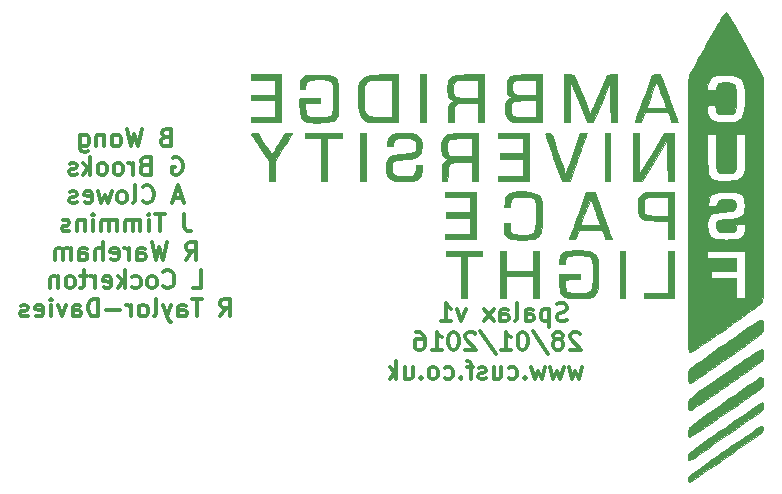
<source format=gbo>
G04 #@! TF.FileFunction,Legend,Bot*
%FSLAX46Y46*%
G04 Gerber Fmt 4.6, Leading zero omitted, Abs format (unit mm)*
G04 Created by KiCad (PCBNEW 4.0.1-stable) date 29/01/2016 20:58:12*
%MOMM*%
G01*
G04 APERTURE LIST*
%ADD10C,0.100000*%
%ADD11C,0.300000*%
G04 APERTURE END LIST*
D10*
D11*
X206592857Y-112707143D02*
X206378571Y-112778571D01*
X206021428Y-112778571D01*
X205878571Y-112707143D01*
X205807142Y-112635714D01*
X205735714Y-112492857D01*
X205735714Y-112350000D01*
X205807142Y-112207143D01*
X205878571Y-112135714D01*
X206021428Y-112064286D01*
X206307142Y-111992857D01*
X206450000Y-111921429D01*
X206521428Y-111850000D01*
X206592857Y-111707143D01*
X206592857Y-111564286D01*
X206521428Y-111421429D01*
X206450000Y-111350000D01*
X206307142Y-111278571D01*
X205950000Y-111278571D01*
X205735714Y-111350000D01*
X205092857Y-111778571D02*
X205092857Y-113278571D01*
X205092857Y-111850000D02*
X204950000Y-111778571D01*
X204664286Y-111778571D01*
X204521429Y-111850000D01*
X204450000Y-111921429D01*
X204378571Y-112064286D01*
X204378571Y-112492857D01*
X204450000Y-112635714D01*
X204521429Y-112707143D01*
X204664286Y-112778571D01*
X204950000Y-112778571D01*
X205092857Y-112707143D01*
X203092857Y-112778571D02*
X203092857Y-111992857D01*
X203164286Y-111850000D01*
X203307143Y-111778571D01*
X203592857Y-111778571D01*
X203735714Y-111850000D01*
X203092857Y-112707143D02*
X203235714Y-112778571D01*
X203592857Y-112778571D01*
X203735714Y-112707143D01*
X203807143Y-112564286D01*
X203807143Y-112421429D01*
X203735714Y-112278571D01*
X203592857Y-112207143D01*
X203235714Y-112207143D01*
X203092857Y-112135714D01*
X202164285Y-112778571D02*
X202307143Y-112707143D01*
X202378571Y-112564286D01*
X202378571Y-111278571D01*
X200950000Y-112778571D02*
X200950000Y-111992857D01*
X201021429Y-111850000D01*
X201164286Y-111778571D01*
X201450000Y-111778571D01*
X201592857Y-111850000D01*
X200950000Y-112707143D02*
X201092857Y-112778571D01*
X201450000Y-112778571D01*
X201592857Y-112707143D01*
X201664286Y-112564286D01*
X201664286Y-112421429D01*
X201592857Y-112278571D01*
X201450000Y-112207143D01*
X201092857Y-112207143D01*
X200950000Y-112135714D01*
X200378571Y-112778571D02*
X199592857Y-111778571D01*
X200378571Y-111778571D02*
X199592857Y-112778571D01*
X198021428Y-111778571D02*
X197664285Y-112778571D01*
X197307143Y-111778571D01*
X195950000Y-112778571D02*
X196807143Y-112778571D01*
X196378571Y-112778571D02*
X196378571Y-111278571D01*
X196521428Y-111492857D01*
X196664286Y-111635714D01*
X196807143Y-111707143D01*
X207699999Y-113821429D02*
X207628570Y-113750000D01*
X207485713Y-113678571D01*
X207128570Y-113678571D01*
X206985713Y-113750000D01*
X206914284Y-113821429D01*
X206842856Y-113964286D01*
X206842856Y-114107143D01*
X206914284Y-114321429D01*
X207771427Y-115178571D01*
X206842856Y-115178571D01*
X205985713Y-114321429D02*
X206128571Y-114250000D01*
X206199999Y-114178571D01*
X206271428Y-114035714D01*
X206271428Y-113964286D01*
X206199999Y-113821429D01*
X206128571Y-113750000D01*
X205985713Y-113678571D01*
X205699999Y-113678571D01*
X205557142Y-113750000D01*
X205485713Y-113821429D01*
X205414285Y-113964286D01*
X205414285Y-114035714D01*
X205485713Y-114178571D01*
X205557142Y-114250000D01*
X205699999Y-114321429D01*
X205985713Y-114321429D01*
X206128571Y-114392857D01*
X206199999Y-114464286D01*
X206271428Y-114607143D01*
X206271428Y-114892857D01*
X206199999Y-115035714D01*
X206128571Y-115107143D01*
X205985713Y-115178571D01*
X205699999Y-115178571D01*
X205557142Y-115107143D01*
X205485713Y-115035714D01*
X205414285Y-114892857D01*
X205414285Y-114607143D01*
X205485713Y-114464286D01*
X205557142Y-114392857D01*
X205699999Y-114321429D01*
X203700000Y-113607143D02*
X204985714Y-115535714D01*
X202914285Y-113678571D02*
X202771428Y-113678571D01*
X202628571Y-113750000D01*
X202557142Y-113821429D01*
X202485713Y-113964286D01*
X202414285Y-114250000D01*
X202414285Y-114607143D01*
X202485713Y-114892857D01*
X202557142Y-115035714D01*
X202628571Y-115107143D01*
X202771428Y-115178571D01*
X202914285Y-115178571D01*
X203057142Y-115107143D01*
X203128571Y-115035714D01*
X203199999Y-114892857D01*
X203271428Y-114607143D01*
X203271428Y-114250000D01*
X203199999Y-113964286D01*
X203128571Y-113821429D01*
X203057142Y-113750000D01*
X202914285Y-113678571D01*
X200985714Y-115178571D02*
X201842857Y-115178571D01*
X201414285Y-115178571D02*
X201414285Y-113678571D01*
X201557142Y-113892857D01*
X201700000Y-114035714D01*
X201842857Y-114107143D01*
X199271429Y-113607143D02*
X200557143Y-115535714D01*
X198842857Y-113821429D02*
X198771428Y-113750000D01*
X198628571Y-113678571D01*
X198271428Y-113678571D01*
X198128571Y-113750000D01*
X198057142Y-113821429D01*
X197985714Y-113964286D01*
X197985714Y-114107143D01*
X198057142Y-114321429D01*
X198914285Y-115178571D01*
X197985714Y-115178571D01*
X197057143Y-113678571D02*
X196914286Y-113678571D01*
X196771429Y-113750000D01*
X196700000Y-113821429D01*
X196628571Y-113964286D01*
X196557143Y-114250000D01*
X196557143Y-114607143D01*
X196628571Y-114892857D01*
X196700000Y-115035714D01*
X196771429Y-115107143D01*
X196914286Y-115178571D01*
X197057143Y-115178571D01*
X197200000Y-115107143D01*
X197271429Y-115035714D01*
X197342857Y-114892857D01*
X197414286Y-114607143D01*
X197414286Y-114250000D01*
X197342857Y-113964286D01*
X197271429Y-113821429D01*
X197200000Y-113750000D01*
X197057143Y-113678571D01*
X195128572Y-115178571D02*
X195985715Y-115178571D01*
X195557143Y-115178571D02*
X195557143Y-113678571D01*
X195700000Y-113892857D01*
X195842858Y-114035714D01*
X195985715Y-114107143D01*
X193842858Y-113678571D02*
X194128572Y-113678571D01*
X194271429Y-113750000D01*
X194342858Y-113821429D01*
X194485715Y-114035714D01*
X194557144Y-114321429D01*
X194557144Y-114892857D01*
X194485715Y-115035714D01*
X194414287Y-115107143D01*
X194271429Y-115178571D01*
X193985715Y-115178571D01*
X193842858Y-115107143D01*
X193771429Y-115035714D01*
X193700001Y-114892857D01*
X193700001Y-114535714D01*
X193771429Y-114392857D01*
X193842858Y-114321429D01*
X193985715Y-114250000D01*
X194271429Y-114250000D01*
X194414287Y-114321429D01*
X194485715Y-114392857D01*
X194557144Y-114535714D01*
X207878572Y-116678571D02*
X207592858Y-117678571D01*
X207307144Y-116964286D01*
X207021429Y-117678571D01*
X206735715Y-116678571D01*
X206307143Y-116678571D02*
X206021429Y-117678571D01*
X205735715Y-116964286D01*
X205450000Y-117678571D01*
X205164286Y-116678571D01*
X204735714Y-116678571D02*
X204450000Y-117678571D01*
X204164286Y-116964286D01*
X203878571Y-117678571D01*
X203592857Y-116678571D01*
X203021428Y-117535714D02*
X202950000Y-117607143D01*
X203021428Y-117678571D01*
X203092857Y-117607143D01*
X203021428Y-117535714D01*
X203021428Y-117678571D01*
X201664285Y-117607143D02*
X201807142Y-117678571D01*
X202092856Y-117678571D01*
X202235714Y-117607143D01*
X202307142Y-117535714D01*
X202378571Y-117392857D01*
X202378571Y-116964286D01*
X202307142Y-116821429D01*
X202235714Y-116750000D01*
X202092856Y-116678571D01*
X201807142Y-116678571D01*
X201664285Y-116750000D01*
X200378571Y-116678571D02*
X200378571Y-117678571D01*
X201021428Y-116678571D02*
X201021428Y-117464286D01*
X200950000Y-117607143D01*
X200807142Y-117678571D01*
X200592857Y-117678571D01*
X200450000Y-117607143D01*
X200378571Y-117535714D01*
X199735714Y-117607143D02*
X199592857Y-117678571D01*
X199307142Y-117678571D01*
X199164285Y-117607143D01*
X199092857Y-117464286D01*
X199092857Y-117392857D01*
X199164285Y-117250000D01*
X199307142Y-117178571D01*
X199521428Y-117178571D01*
X199664285Y-117107143D01*
X199735714Y-116964286D01*
X199735714Y-116892857D01*
X199664285Y-116750000D01*
X199521428Y-116678571D01*
X199307142Y-116678571D01*
X199164285Y-116750000D01*
X198664285Y-116678571D02*
X198092856Y-116678571D01*
X198449999Y-117678571D02*
X198449999Y-116392857D01*
X198378571Y-116250000D01*
X198235713Y-116178571D01*
X198092856Y-116178571D01*
X197592856Y-117535714D02*
X197521428Y-117607143D01*
X197592856Y-117678571D01*
X197664285Y-117607143D01*
X197592856Y-117535714D01*
X197592856Y-117678571D01*
X196235713Y-117607143D02*
X196378570Y-117678571D01*
X196664284Y-117678571D01*
X196807142Y-117607143D01*
X196878570Y-117535714D01*
X196949999Y-117392857D01*
X196949999Y-116964286D01*
X196878570Y-116821429D01*
X196807142Y-116750000D01*
X196664284Y-116678571D01*
X196378570Y-116678571D01*
X196235713Y-116750000D01*
X195378570Y-117678571D02*
X195521428Y-117607143D01*
X195592856Y-117535714D01*
X195664285Y-117392857D01*
X195664285Y-116964286D01*
X195592856Y-116821429D01*
X195521428Y-116750000D01*
X195378570Y-116678571D01*
X195164285Y-116678571D01*
X195021428Y-116750000D01*
X194949999Y-116821429D01*
X194878570Y-116964286D01*
X194878570Y-117392857D01*
X194949999Y-117535714D01*
X195021428Y-117607143D01*
X195164285Y-117678571D01*
X195378570Y-117678571D01*
X194235713Y-117535714D02*
X194164285Y-117607143D01*
X194235713Y-117678571D01*
X194307142Y-117607143D01*
X194235713Y-117535714D01*
X194235713Y-117678571D01*
X192878570Y-116678571D02*
X192878570Y-117678571D01*
X193521427Y-116678571D02*
X193521427Y-117464286D01*
X193449999Y-117607143D01*
X193307141Y-117678571D01*
X193092856Y-117678571D01*
X192949999Y-117607143D01*
X192878570Y-117535714D01*
X192164284Y-117678571D02*
X192164284Y-116178571D01*
X192021427Y-117107143D02*
X191592856Y-117678571D01*
X191592856Y-116678571D02*
X192164284Y-117250000D01*
X172607143Y-97192857D02*
X172392857Y-97264286D01*
X172321429Y-97335714D01*
X172250000Y-97478571D01*
X172250000Y-97692857D01*
X172321429Y-97835714D01*
X172392857Y-97907143D01*
X172535715Y-97978571D01*
X173107143Y-97978571D01*
X173107143Y-96478571D01*
X172607143Y-96478571D01*
X172464286Y-96550000D01*
X172392857Y-96621429D01*
X172321429Y-96764286D01*
X172321429Y-96907143D01*
X172392857Y-97050000D01*
X172464286Y-97121429D01*
X172607143Y-97192857D01*
X173107143Y-97192857D01*
X170607143Y-96478571D02*
X170250000Y-97978571D01*
X169964286Y-96907143D01*
X169678572Y-97978571D01*
X169321429Y-96478571D01*
X168535714Y-97978571D02*
X168678572Y-97907143D01*
X168750000Y-97835714D01*
X168821429Y-97692857D01*
X168821429Y-97264286D01*
X168750000Y-97121429D01*
X168678572Y-97050000D01*
X168535714Y-96978571D01*
X168321429Y-96978571D01*
X168178572Y-97050000D01*
X168107143Y-97121429D01*
X168035714Y-97264286D01*
X168035714Y-97692857D01*
X168107143Y-97835714D01*
X168178572Y-97907143D01*
X168321429Y-97978571D01*
X168535714Y-97978571D01*
X167392857Y-96978571D02*
X167392857Y-97978571D01*
X167392857Y-97121429D02*
X167321429Y-97050000D01*
X167178571Y-96978571D01*
X166964286Y-96978571D01*
X166821429Y-97050000D01*
X166750000Y-97192857D01*
X166750000Y-97978571D01*
X165392857Y-96978571D02*
X165392857Y-98192857D01*
X165464286Y-98335714D01*
X165535714Y-98407143D01*
X165678571Y-98478571D01*
X165892857Y-98478571D01*
X166035714Y-98407143D01*
X165392857Y-97907143D02*
X165535714Y-97978571D01*
X165821428Y-97978571D01*
X165964286Y-97907143D01*
X166035714Y-97835714D01*
X166107143Y-97692857D01*
X166107143Y-97264286D01*
X166035714Y-97121429D01*
X165964286Y-97050000D01*
X165821428Y-96978571D01*
X165535714Y-96978571D01*
X165392857Y-97050000D01*
X173214286Y-98950000D02*
X173357143Y-98878571D01*
X173571429Y-98878571D01*
X173785714Y-98950000D01*
X173928572Y-99092857D01*
X174000000Y-99235714D01*
X174071429Y-99521429D01*
X174071429Y-99735714D01*
X174000000Y-100021429D01*
X173928572Y-100164286D01*
X173785714Y-100307143D01*
X173571429Y-100378571D01*
X173428572Y-100378571D01*
X173214286Y-100307143D01*
X173142857Y-100235714D01*
X173142857Y-99735714D01*
X173428572Y-99735714D01*
X170857143Y-99592857D02*
X170642857Y-99664286D01*
X170571429Y-99735714D01*
X170500000Y-99878571D01*
X170500000Y-100092857D01*
X170571429Y-100235714D01*
X170642857Y-100307143D01*
X170785715Y-100378571D01*
X171357143Y-100378571D01*
X171357143Y-98878571D01*
X170857143Y-98878571D01*
X170714286Y-98950000D01*
X170642857Y-99021429D01*
X170571429Y-99164286D01*
X170571429Y-99307143D01*
X170642857Y-99450000D01*
X170714286Y-99521429D01*
X170857143Y-99592857D01*
X171357143Y-99592857D01*
X169857143Y-100378571D02*
X169857143Y-99378571D01*
X169857143Y-99664286D02*
X169785715Y-99521429D01*
X169714286Y-99450000D01*
X169571429Y-99378571D01*
X169428572Y-99378571D01*
X168714286Y-100378571D02*
X168857144Y-100307143D01*
X168928572Y-100235714D01*
X169000001Y-100092857D01*
X169000001Y-99664286D01*
X168928572Y-99521429D01*
X168857144Y-99450000D01*
X168714286Y-99378571D01*
X168500001Y-99378571D01*
X168357144Y-99450000D01*
X168285715Y-99521429D01*
X168214286Y-99664286D01*
X168214286Y-100092857D01*
X168285715Y-100235714D01*
X168357144Y-100307143D01*
X168500001Y-100378571D01*
X168714286Y-100378571D01*
X167357143Y-100378571D02*
X167500001Y-100307143D01*
X167571429Y-100235714D01*
X167642858Y-100092857D01*
X167642858Y-99664286D01*
X167571429Y-99521429D01*
X167500001Y-99450000D01*
X167357143Y-99378571D01*
X167142858Y-99378571D01*
X167000001Y-99450000D01*
X166928572Y-99521429D01*
X166857143Y-99664286D01*
X166857143Y-100092857D01*
X166928572Y-100235714D01*
X167000001Y-100307143D01*
X167142858Y-100378571D01*
X167357143Y-100378571D01*
X166214286Y-100378571D02*
X166214286Y-98878571D01*
X166071429Y-99807143D02*
X165642858Y-100378571D01*
X165642858Y-99378571D02*
X166214286Y-99950000D01*
X165071429Y-100307143D02*
X164928572Y-100378571D01*
X164642857Y-100378571D01*
X164500000Y-100307143D01*
X164428572Y-100164286D01*
X164428572Y-100092857D01*
X164500000Y-99950000D01*
X164642857Y-99878571D01*
X164857143Y-99878571D01*
X165000000Y-99807143D01*
X165071429Y-99664286D01*
X165071429Y-99592857D01*
X165000000Y-99450000D01*
X164857143Y-99378571D01*
X164642857Y-99378571D01*
X164500000Y-99450000D01*
X174035714Y-102350000D02*
X173321428Y-102350000D01*
X174178571Y-102778571D02*
X173678571Y-101278571D01*
X173178571Y-102778571D01*
X170678571Y-102635714D02*
X170750000Y-102707143D01*
X170964286Y-102778571D01*
X171107143Y-102778571D01*
X171321428Y-102707143D01*
X171464286Y-102564286D01*
X171535714Y-102421429D01*
X171607143Y-102135714D01*
X171607143Y-101921429D01*
X171535714Y-101635714D01*
X171464286Y-101492857D01*
X171321428Y-101350000D01*
X171107143Y-101278571D01*
X170964286Y-101278571D01*
X170750000Y-101350000D01*
X170678571Y-101421429D01*
X169821428Y-102778571D02*
X169964286Y-102707143D01*
X170035714Y-102564286D01*
X170035714Y-101278571D01*
X169035714Y-102778571D02*
X169178572Y-102707143D01*
X169250000Y-102635714D01*
X169321429Y-102492857D01*
X169321429Y-102064286D01*
X169250000Y-101921429D01*
X169178572Y-101850000D01*
X169035714Y-101778571D01*
X168821429Y-101778571D01*
X168678572Y-101850000D01*
X168607143Y-101921429D01*
X168535714Y-102064286D01*
X168535714Y-102492857D01*
X168607143Y-102635714D01*
X168678572Y-102707143D01*
X168821429Y-102778571D01*
X169035714Y-102778571D01*
X168035714Y-101778571D02*
X167750000Y-102778571D01*
X167464286Y-102064286D01*
X167178571Y-102778571D01*
X166892857Y-101778571D01*
X165750000Y-102707143D02*
X165892857Y-102778571D01*
X166178571Y-102778571D01*
X166321428Y-102707143D01*
X166392857Y-102564286D01*
X166392857Y-101992857D01*
X166321428Y-101850000D01*
X166178571Y-101778571D01*
X165892857Y-101778571D01*
X165750000Y-101850000D01*
X165678571Y-101992857D01*
X165678571Y-102135714D01*
X166392857Y-102278571D01*
X165107143Y-102707143D02*
X164964286Y-102778571D01*
X164678571Y-102778571D01*
X164535714Y-102707143D01*
X164464286Y-102564286D01*
X164464286Y-102492857D01*
X164535714Y-102350000D01*
X164678571Y-102278571D01*
X164892857Y-102278571D01*
X165035714Y-102207143D01*
X165107143Y-102064286D01*
X165107143Y-101992857D01*
X165035714Y-101850000D01*
X164892857Y-101778571D01*
X164678571Y-101778571D01*
X164535714Y-101850000D01*
X174178572Y-103678571D02*
X174178572Y-104750000D01*
X174250000Y-104964286D01*
X174392857Y-105107143D01*
X174607143Y-105178571D01*
X174750000Y-105178571D01*
X172535715Y-103678571D02*
X171678572Y-103678571D01*
X172107143Y-105178571D02*
X172107143Y-103678571D01*
X171178572Y-105178571D02*
X171178572Y-104178571D01*
X171178572Y-103678571D02*
X171250001Y-103750000D01*
X171178572Y-103821429D01*
X171107144Y-103750000D01*
X171178572Y-103678571D01*
X171178572Y-103821429D01*
X170464286Y-105178571D02*
X170464286Y-104178571D01*
X170464286Y-104321429D02*
X170392858Y-104250000D01*
X170250000Y-104178571D01*
X170035715Y-104178571D01*
X169892858Y-104250000D01*
X169821429Y-104392857D01*
X169821429Y-105178571D01*
X169821429Y-104392857D02*
X169750000Y-104250000D01*
X169607143Y-104178571D01*
X169392858Y-104178571D01*
X169250000Y-104250000D01*
X169178572Y-104392857D01*
X169178572Y-105178571D01*
X168464286Y-105178571D02*
X168464286Y-104178571D01*
X168464286Y-104321429D02*
X168392858Y-104250000D01*
X168250000Y-104178571D01*
X168035715Y-104178571D01*
X167892858Y-104250000D01*
X167821429Y-104392857D01*
X167821429Y-105178571D01*
X167821429Y-104392857D02*
X167750000Y-104250000D01*
X167607143Y-104178571D01*
X167392858Y-104178571D01*
X167250000Y-104250000D01*
X167178572Y-104392857D01*
X167178572Y-105178571D01*
X166464286Y-105178571D02*
X166464286Y-104178571D01*
X166464286Y-103678571D02*
X166535715Y-103750000D01*
X166464286Y-103821429D01*
X166392858Y-103750000D01*
X166464286Y-103678571D01*
X166464286Y-103821429D01*
X165750000Y-104178571D02*
X165750000Y-105178571D01*
X165750000Y-104321429D02*
X165678572Y-104250000D01*
X165535714Y-104178571D01*
X165321429Y-104178571D01*
X165178572Y-104250000D01*
X165107143Y-104392857D01*
X165107143Y-105178571D01*
X164464286Y-105107143D02*
X164321429Y-105178571D01*
X164035714Y-105178571D01*
X163892857Y-105107143D01*
X163821429Y-104964286D01*
X163821429Y-104892857D01*
X163892857Y-104750000D01*
X164035714Y-104678571D01*
X164250000Y-104678571D01*
X164392857Y-104607143D01*
X164464286Y-104464286D01*
X164464286Y-104392857D01*
X164392857Y-104250000D01*
X164250000Y-104178571D01*
X164035714Y-104178571D01*
X163892857Y-104250000D01*
X174357142Y-107578571D02*
X174857142Y-106864286D01*
X175214285Y-107578571D02*
X175214285Y-106078571D01*
X174642857Y-106078571D01*
X174499999Y-106150000D01*
X174428571Y-106221429D01*
X174357142Y-106364286D01*
X174357142Y-106578571D01*
X174428571Y-106721429D01*
X174499999Y-106792857D01*
X174642857Y-106864286D01*
X175214285Y-106864286D01*
X172714285Y-106078571D02*
X172357142Y-107578571D01*
X172071428Y-106507143D01*
X171785714Y-107578571D01*
X171428571Y-106078571D01*
X170214285Y-107578571D02*
X170214285Y-106792857D01*
X170285714Y-106650000D01*
X170428571Y-106578571D01*
X170714285Y-106578571D01*
X170857142Y-106650000D01*
X170214285Y-107507143D02*
X170357142Y-107578571D01*
X170714285Y-107578571D01*
X170857142Y-107507143D01*
X170928571Y-107364286D01*
X170928571Y-107221429D01*
X170857142Y-107078571D01*
X170714285Y-107007143D01*
X170357142Y-107007143D01*
X170214285Y-106935714D01*
X169499999Y-107578571D02*
X169499999Y-106578571D01*
X169499999Y-106864286D02*
X169428571Y-106721429D01*
X169357142Y-106650000D01*
X169214285Y-106578571D01*
X169071428Y-106578571D01*
X168000000Y-107507143D02*
X168142857Y-107578571D01*
X168428571Y-107578571D01*
X168571428Y-107507143D01*
X168642857Y-107364286D01*
X168642857Y-106792857D01*
X168571428Y-106650000D01*
X168428571Y-106578571D01*
X168142857Y-106578571D01*
X168000000Y-106650000D01*
X167928571Y-106792857D01*
X167928571Y-106935714D01*
X168642857Y-107078571D01*
X167285714Y-107578571D02*
X167285714Y-106078571D01*
X166642857Y-107578571D02*
X166642857Y-106792857D01*
X166714286Y-106650000D01*
X166857143Y-106578571D01*
X167071428Y-106578571D01*
X167214286Y-106650000D01*
X167285714Y-106721429D01*
X165285714Y-107578571D02*
X165285714Y-106792857D01*
X165357143Y-106650000D01*
X165500000Y-106578571D01*
X165785714Y-106578571D01*
X165928571Y-106650000D01*
X165285714Y-107507143D02*
X165428571Y-107578571D01*
X165785714Y-107578571D01*
X165928571Y-107507143D01*
X166000000Y-107364286D01*
X166000000Y-107221429D01*
X165928571Y-107078571D01*
X165785714Y-107007143D01*
X165428571Y-107007143D01*
X165285714Y-106935714D01*
X164571428Y-107578571D02*
X164571428Y-106578571D01*
X164571428Y-106721429D02*
X164500000Y-106650000D01*
X164357142Y-106578571D01*
X164142857Y-106578571D01*
X164000000Y-106650000D01*
X163928571Y-106792857D01*
X163928571Y-107578571D01*
X163928571Y-106792857D02*
X163857142Y-106650000D01*
X163714285Y-106578571D01*
X163500000Y-106578571D01*
X163357142Y-106650000D01*
X163285714Y-106792857D01*
X163285714Y-107578571D01*
X174928571Y-109978571D02*
X175642857Y-109978571D01*
X175642857Y-108478571D01*
X172428571Y-109835714D02*
X172500000Y-109907143D01*
X172714286Y-109978571D01*
X172857143Y-109978571D01*
X173071428Y-109907143D01*
X173214286Y-109764286D01*
X173285714Y-109621429D01*
X173357143Y-109335714D01*
X173357143Y-109121429D01*
X173285714Y-108835714D01*
X173214286Y-108692857D01*
X173071428Y-108550000D01*
X172857143Y-108478571D01*
X172714286Y-108478571D01*
X172500000Y-108550000D01*
X172428571Y-108621429D01*
X171571428Y-109978571D02*
X171714286Y-109907143D01*
X171785714Y-109835714D01*
X171857143Y-109692857D01*
X171857143Y-109264286D01*
X171785714Y-109121429D01*
X171714286Y-109050000D01*
X171571428Y-108978571D01*
X171357143Y-108978571D01*
X171214286Y-109050000D01*
X171142857Y-109121429D01*
X171071428Y-109264286D01*
X171071428Y-109692857D01*
X171142857Y-109835714D01*
X171214286Y-109907143D01*
X171357143Y-109978571D01*
X171571428Y-109978571D01*
X169785714Y-109907143D02*
X169928571Y-109978571D01*
X170214285Y-109978571D01*
X170357143Y-109907143D01*
X170428571Y-109835714D01*
X170500000Y-109692857D01*
X170500000Y-109264286D01*
X170428571Y-109121429D01*
X170357143Y-109050000D01*
X170214285Y-108978571D01*
X169928571Y-108978571D01*
X169785714Y-109050000D01*
X169142857Y-109978571D02*
X169142857Y-108478571D01*
X169000000Y-109407143D02*
X168571429Y-109978571D01*
X168571429Y-108978571D02*
X169142857Y-109550000D01*
X167357143Y-109907143D02*
X167500000Y-109978571D01*
X167785714Y-109978571D01*
X167928571Y-109907143D01*
X168000000Y-109764286D01*
X168000000Y-109192857D01*
X167928571Y-109050000D01*
X167785714Y-108978571D01*
X167500000Y-108978571D01*
X167357143Y-109050000D01*
X167285714Y-109192857D01*
X167285714Y-109335714D01*
X168000000Y-109478571D01*
X166642857Y-109978571D02*
X166642857Y-108978571D01*
X166642857Y-109264286D02*
X166571429Y-109121429D01*
X166500000Y-109050000D01*
X166357143Y-108978571D01*
X166214286Y-108978571D01*
X165928572Y-108978571D02*
X165357143Y-108978571D01*
X165714286Y-108478571D02*
X165714286Y-109764286D01*
X165642858Y-109907143D01*
X165500000Y-109978571D01*
X165357143Y-109978571D01*
X164642857Y-109978571D02*
X164785715Y-109907143D01*
X164857143Y-109835714D01*
X164928572Y-109692857D01*
X164928572Y-109264286D01*
X164857143Y-109121429D01*
X164785715Y-109050000D01*
X164642857Y-108978571D01*
X164428572Y-108978571D01*
X164285715Y-109050000D01*
X164214286Y-109121429D01*
X164142857Y-109264286D01*
X164142857Y-109692857D01*
X164214286Y-109835714D01*
X164285715Y-109907143D01*
X164428572Y-109978571D01*
X164642857Y-109978571D01*
X163500000Y-108978571D02*
X163500000Y-109978571D01*
X163500000Y-109121429D02*
X163428572Y-109050000D01*
X163285714Y-108978571D01*
X163071429Y-108978571D01*
X162928572Y-109050000D01*
X162857143Y-109192857D01*
X162857143Y-109978571D01*
X177249999Y-112378571D02*
X177749999Y-111664286D01*
X178107142Y-112378571D02*
X178107142Y-110878571D01*
X177535714Y-110878571D01*
X177392856Y-110950000D01*
X177321428Y-111021429D01*
X177249999Y-111164286D01*
X177249999Y-111378571D01*
X177321428Y-111521429D01*
X177392856Y-111592857D01*
X177535714Y-111664286D01*
X178107142Y-111664286D01*
X175678571Y-110878571D02*
X174821428Y-110878571D01*
X175249999Y-112378571D02*
X175249999Y-110878571D01*
X173678571Y-112378571D02*
X173678571Y-111592857D01*
X173750000Y-111450000D01*
X173892857Y-111378571D01*
X174178571Y-111378571D01*
X174321428Y-111450000D01*
X173678571Y-112307143D02*
X173821428Y-112378571D01*
X174178571Y-112378571D01*
X174321428Y-112307143D01*
X174392857Y-112164286D01*
X174392857Y-112021429D01*
X174321428Y-111878571D01*
X174178571Y-111807143D01*
X173821428Y-111807143D01*
X173678571Y-111735714D01*
X173107142Y-111378571D02*
X172749999Y-112378571D01*
X172392857Y-111378571D02*
X172749999Y-112378571D01*
X172892857Y-112735714D01*
X172964285Y-112807143D01*
X173107142Y-112878571D01*
X171607142Y-112378571D02*
X171750000Y-112307143D01*
X171821428Y-112164286D01*
X171821428Y-110878571D01*
X170821428Y-112378571D02*
X170964286Y-112307143D01*
X171035714Y-112235714D01*
X171107143Y-112092857D01*
X171107143Y-111664286D01*
X171035714Y-111521429D01*
X170964286Y-111450000D01*
X170821428Y-111378571D01*
X170607143Y-111378571D01*
X170464286Y-111450000D01*
X170392857Y-111521429D01*
X170321428Y-111664286D01*
X170321428Y-112092857D01*
X170392857Y-112235714D01*
X170464286Y-112307143D01*
X170607143Y-112378571D01*
X170821428Y-112378571D01*
X169678571Y-112378571D02*
X169678571Y-111378571D01*
X169678571Y-111664286D02*
X169607143Y-111521429D01*
X169535714Y-111450000D01*
X169392857Y-111378571D01*
X169250000Y-111378571D01*
X168750000Y-111807143D02*
X167607143Y-111807143D01*
X166892857Y-112378571D02*
X166892857Y-110878571D01*
X166535714Y-110878571D01*
X166321429Y-110950000D01*
X166178571Y-111092857D01*
X166107143Y-111235714D01*
X166035714Y-111521429D01*
X166035714Y-111735714D01*
X166107143Y-112021429D01*
X166178571Y-112164286D01*
X166321429Y-112307143D01*
X166535714Y-112378571D01*
X166892857Y-112378571D01*
X164750000Y-112378571D02*
X164750000Y-111592857D01*
X164821429Y-111450000D01*
X164964286Y-111378571D01*
X165250000Y-111378571D01*
X165392857Y-111450000D01*
X164750000Y-112307143D02*
X164892857Y-112378571D01*
X165250000Y-112378571D01*
X165392857Y-112307143D01*
X165464286Y-112164286D01*
X165464286Y-112021429D01*
X165392857Y-111878571D01*
X165250000Y-111807143D01*
X164892857Y-111807143D01*
X164750000Y-111735714D01*
X164178571Y-111378571D02*
X163821428Y-112378571D01*
X163464286Y-111378571D01*
X162892857Y-112378571D02*
X162892857Y-111378571D01*
X162892857Y-110878571D02*
X162964286Y-110950000D01*
X162892857Y-111021429D01*
X162821429Y-110950000D01*
X162892857Y-110878571D01*
X162892857Y-111021429D01*
X161607143Y-112307143D02*
X161750000Y-112378571D01*
X162035714Y-112378571D01*
X162178571Y-112307143D01*
X162250000Y-112164286D01*
X162250000Y-111592857D01*
X162178571Y-111450000D01*
X162035714Y-111378571D01*
X161750000Y-111378571D01*
X161607143Y-111450000D01*
X161535714Y-111592857D01*
X161535714Y-111735714D01*
X162250000Y-111878571D01*
X160964286Y-112307143D02*
X160821429Y-112378571D01*
X160535714Y-112378571D01*
X160392857Y-112307143D01*
X160321429Y-112164286D01*
X160321429Y-112092857D01*
X160392857Y-111950000D01*
X160535714Y-111878571D01*
X160750000Y-111878571D01*
X160892857Y-111807143D01*
X160964286Y-111664286D01*
X160964286Y-111592857D01*
X160892857Y-111450000D01*
X160750000Y-111378571D01*
X160535714Y-111378571D01*
X160392857Y-111450000D01*
D10*
G36*
X223191600Y-121846618D02*
X223185797Y-121939916D01*
X223161919Y-122025134D01*
X223110259Y-122111684D01*
X223021113Y-122208977D01*
X222884773Y-122326426D01*
X222691533Y-122473443D01*
X222431690Y-122659439D01*
X222152283Y-122854466D01*
X221966525Y-122983452D01*
X221708897Y-123162429D01*
X221390938Y-123383375D01*
X221024189Y-123638269D01*
X220620189Y-123919091D01*
X220190479Y-124217820D01*
X219746597Y-124526434D01*
X219300084Y-124836912D01*
X219272395Y-124856167D01*
X218716928Y-125240872D01*
X218241504Y-125566741D01*
X217844233Y-125835017D01*
X217523220Y-126046939D01*
X217276574Y-126203748D01*
X217102403Y-126306683D01*
X216998813Y-126356985D01*
X216973695Y-126362800D01*
X216884882Y-126350547D01*
X216848234Y-126293754D01*
X216841600Y-126183032D01*
X216862666Y-126044156D01*
X216938115Y-125912124D01*
X217032100Y-125805333D01*
X217114590Y-125733994D01*
X217269585Y-125614146D01*
X217488850Y-125451471D01*
X217764154Y-125251650D01*
X218087264Y-125020366D01*
X218449946Y-124763299D01*
X218843968Y-124486131D01*
X219261098Y-124194544D01*
X219693101Y-123894219D01*
X220131747Y-123590838D01*
X220568801Y-123290081D01*
X220996031Y-122997631D01*
X221405204Y-122719169D01*
X221788088Y-122460377D01*
X222136450Y-122226936D01*
X222442056Y-122024528D01*
X222696675Y-121858834D01*
X222892072Y-121735535D01*
X223020017Y-121660314D01*
X223070191Y-121638400D01*
X223147867Y-121650076D01*
X223182863Y-121703820D01*
X223191548Y-121827706D01*
X223191600Y-121846618D01*
X223191600Y-121846618D01*
X223191600Y-121846618D01*
G37*
X223191600Y-121846618D02*
X223185797Y-121939916D01*
X223161919Y-122025134D01*
X223110259Y-122111684D01*
X223021113Y-122208977D01*
X222884773Y-122326426D01*
X222691533Y-122473443D01*
X222431690Y-122659439D01*
X222152283Y-122854466D01*
X221966525Y-122983452D01*
X221708897Y-123162429D01*
X221390938Y-123383375D01*
X221024189Y-123638269D01*
X220620189Y-123919091D01*
X220190479Y-124217820D01*
X219746597Y-124526434D01*
X219300084Y-124836912D01*
X219272395Y-124856167D01*
X218716928Y-125240872D01*
X218241504Y-125566741D01*
X217844233Y-125835017D01*
X217523220Y-126046939D01*
X217276574Y-126203748D01*
X217102403Y-126306683D01*
X216998813Y-126356985D01*
X216973695Y-126362800D01*
X216884882Y-126350547D01*
X216848234Y-126293754D01*
X216841600Y-126183032D01*
X216862666Y-126044156D01*
X216938115Y-125912124D01*
X217032100Y-125805333D01*
X217114590Y-125733994D01*
X217269585Y-125614146D01*
X217488850Y-125451471D01*
X217764154Y-125251650D01*
X218087264Y-125020366D01*
X218449946Y-124763299D01*
X218843968Y-124486131D01*
X219261098Y-124194544D01*
X219693101Y-123894219D01*
X220131747Y-123590838D01*
X220568801Y-123290081D01*
X220996031Y-122997631D01*
X221405204Y-122719169D01*
X221788088Y-122460377D01*
X222136450Y-122226936D01*
X222442056Y-122024528D01*
X222696675Y-121858834D01*
X222892072Y-121735535D01*
X223020017Y-121660314D01*
X223070191Y-121638400D01*
X223147867Y-121650076D01*
X223182863Y-121703820D01*
X223191548Y-121827706D01*
X223191600Y-121846618D01*
X223191600Y-121846618D01*
G36*
X223191600Y-119941618D02*
X223184316Y-120117303D01*
X223153374Y-120231507D01*
X223085142Y-120323853D01*
X223047389Y-120360718D01*
X222973520Y-120419871D01*
X222826306Y-120529356D01*
X222616034Y-120681820D01*
X222352994Y-120869907D01*
X222047473Y-121086262D01*
X221709760Y-121323531D01*
X221350144Y-121574358D01*
X221332889Y-121586348D01*
X220635519Y-122070875D01*
X220016828Y-122500675D01*
X219471992Y-122878901D01*
X218996189Y-123208707D01*
X218584595Y-123493244D01*
X218232386Y-123735666D01*
X217934741Y-123939125D01*
X217686835Y-124106775D01*
X217483846Y-124241769D01*
X217320950Y-124347258D01*
X217193325Y-124426396D01*
X217096147Y-124482337D01*
X217024592Y-124518232D01*
X216973839Y-124537234D01*
X216939064Y-124542497D01*
X216915443Y-124537173D01*
X216898153Y-124524416D01*
X216882372Y-124507377D01*
X216875466Y-124500133D01*
X216840961Y-124404999D01*
X216845163Y-124256039D01*
X216882693Y-124090966D01*
X216948176Y-123947492D01*
X216955900Y-123936006D01*
X217015988Y-123880176D01*
X217150733Y-123773768D01*
X217352011Y-123622443D01*
X217611702Y-123431858D01*
X217921682Y-123207673D01*
X218273831Y-122955548D01*
X218660025Y-122681142D01*
X219072144Y-122390113D01*
X219502065Y-122088122D01*
X219941666Y-121780828D01*
X220382825Y-121473889D01*
X220817420Y-121172965D01*
X221237330Y-120883715D01*
X221634431Y-120611799D01*
X222000603Y-120362875D01*
X222327723Y-120142604D01*
X222607670Y-119956644D01*
X222832320Y-119810654D01*
X222993553Y-119710294D01*
X223083247Y-119661223D01*
X223096705Y-119657200D01*
X223151461Y-119671213D01*
X223180199Y-119728850D01*
X223190724Y-119853504D01*
X223191600Y-119941618D01*
X223191600Y-119941618D01*
X223191600Y-119941618D01*
G37*
X223191600Y-119941618D02*
X223184316Y-120117303D01*
X223153374Y-120231507D01*
X223085142Y-120323853D01*
X223047389Y-120360718D01*
X222973520Y-120419871D01*
X222826306Y-120529356D01*
X222616034Y-120681820D01*
X222352994Y-120869907D01*
X222047473Y-121086262D01*
X221709760Y-121323531D01*
X221350144Y-121574358D01*
X221332889Y-121586348D01*
X220635519Y-122070875D01*
X220016828Y-122500675D01*
X219471992Y-122878901D01*
X218996189Y-123208707D01*
X218584595Y-123493244D01*
X218232386Y-123735666D01*
X217934741Y-123939125D01*
X217686835Y-124106775D01*
X217483846Y-124241769D01*
X217320950Y-124347258D01*
X217193325Y-124426396D01*
X217096147Y-124482337D01*
X217024592Y-124518232D01*
X216973839Y-124537234D01*
X216939064Y-124542497D01*
X216915443Y-124537173D01*
X216898153Y-124524416D01*
X216882372Y-124507377D01*
X216875466Y-124500133D01*
X216840961Y-124404999D01*
X216845163Y-124256039D01*
X216882693Y-124090966D01*
X216948176Y-123947492D01*
X216955900Y-123936006D01*
X217015988Y-123880176D01*
X217150733Y-123773768D01*
X217352011Y-123622443D01*
X217611702Y-123431858D01*
X217921682Y-123207673D01*
X218273831Y-122955548D01*
X218660025Y-122681142D01*
X219072144Y-122390113D01*
X219502065Y-122088122D01*
X219941666Y-121780828D01*
X220382825Y-121473889D01*
X220817420Y-121172965D01*
X221237330Y-120883715D01*
X221634431Y-120611799D01*
X222000603Y-120362875D01*
X222327723Y-120142604D01*
X222607670Y-119956644D01*
X222832320Y-119810654D01*
X222993553Y-119710294D01*
X223083247Y-119661223D01*
X223096705Y-119657200D01*
X223151461Y-119671213D01*
X223180199Y-119728850D01*
X223190724Y-119853504D01*
X223191600Y-119941618D01*
X223191600Y-119941618D01*
G36*
X223191600Y-117921002D02*
X223187925Y-118109349D01*
X223169410Y-118230216D01*
X223124815Y-118317663D01*
X223042901Y-118405745D01*
X223026500Y-118421306D01*
X222944159Y-118488466D01*
X222789283Y-118604482D01*
X222570157Y-118763647D01*
X222295065Y-118960254D01*
X221972291Y-119188597D01*
X221610120Y-119442968D01*
X221216836Y-119717662D01*
X220800723Y-120006970D01*
X220370067Y-120305186D01*
X219933151Y-120606603D01*
X219498260Y-120905515D01*
X219073678Y-121196214D01*
X218667690Y-121472993D01*
X218288580Y-121730147D01*
X217944632Y-121961967D01*
X217644132Y-122162746D01*
X217395363Y-122326779D01*
X217206609Y-122448358D01*
X217086156Y-122521777D01*
X217044695Y-122541979D01*
X216933889Y-122542800D01*
X216879410Y-122522877D01*
X216846418Y-122431945D01*
X216841800Y-122277885D01*
X216862471Y-122094175D01*
X216905343Y-121914293D01*
X216944887Y-121812713D01*
X216971541Y-121766064D01*
X217011454Y-121714167D01*
X217070662Y-121652541D01*
X217155196Y-121576704D01*
X217271093Y-121482175D01*
X217424384Y-121364472D01*
X217621105Y-121219115D01*
X217867289Y-121041622D01*
X218168971Y-120827512D01*
X218532184Y-120572304D01*
X218962961Y-120271516D01*
X219467338Y-119920666D01*
X219853187Y-119652766D01*
X220333191Y-119319604D01*
X220791259Y-119001564D01*
X221220128Y-118703693D01*
X221612533Y-118431043D01*
X221961213Y-118188662D01*
X222258902Y-117981600D01*
X222498340Y-117814907D01*
X222672261Y-117693632D01*
X222773402Y-117622826D01*
X222793814Y-117608358D01*
X222954572Y-117537321D01*
X223060514Y-117543435D01*
X223130021Y-117567352D01*
X223169290Y-117611687D01*
X223186915Y-117701188D01*
X223191488Y-117860603D01*
X223191600Y-117921002D01*
X223191600Y-117921002D01*
X223191600Y-117921002D01*
G37*
X223191600Y-117921002D02*
X223187925Y-118109349D01*
X223169410Y-118230216D01*
X223124815Y-118317663D01*
X223042901Y-118405745D01*
X223026500Y-118421306D01*
X222944159Y-118488466D01*
X222789283Y-118604482D01*
X222570157Y-118763647D01*
X222295065Y-118960254D01*
X221972291Y-119188597D01*
X221610120Y-119442968D01*
X221216836Y-119717662D01*
X220800723Y-120006970D01*
X220370067Y-120305186D01*
X219933151Y-120606603D01*
X219498260Y-120905515D01*
X219073678Y-121196214D01*
X218667690Y-121472993D01*
X218288580Y-121730147D01*
X217944632Y-121961967D01*
X217644132Y-122162746D01*
X217395363Y-122326779D01*
X217206609Y-122448358D01*
X217086156Y-122521777D01*
X217044695Y-122541979D01*
X216933889Y-122542800D01*
X216879410Y-122522877D01*
X216846418Y-122431945D01*
X216841800Y-122277885D01*
X216862471Y-122094175D01*
X216905343Y-121914293D01*
X216944887Y-121812713D01*
X216971541Y-121766064D01*
X217011454Y-121714167D01*
X217070662Y-121652541D01*
X217155196Y-121576704D01*
X217271093Y-121482175D01*
X217424384Y-121364472D01*
X217621105Y-121219115D01*
X217867289Y-121041622D01*
X218168971Y-120827512D01*
X218532184Y-120572304D01*
X218962961Y-120271516D01*
X219467338Y-119920666D01*
X219853187Y-119652766D01*
X220333191Y-119319604D01*
X220791259Y-119001564D01*
X221220128Y-118703693D01*
X221612533Y-118431043D01*
X221961213Y-118188662D01*
X222258902Y-117981600D01*
X222498340Y-117814907D01*
X222672261Y-117693632D01*
X222773402Y-117622826D01*
X222793814Y-117608358D01*
X222954572Y-117537321D01*
X223060514Y-117543435D01*
X223130021Y-117567352D01*
X223169290Y-117611687D01*
X223186915Y-117701188D01*
X223191488Y-117860603D01*
X223191600Y-117921002D01*
X223191600Y-117921002D01*
G36*
X223191600Y-115592351D02*
X223189235Y-115798770D01*
X223176428Y-115933760D01*
X223144612Y-116027473D01*
X223085218Y-116110063D01*
X223026500Y-116173386D01*
X222955777Y-116232789D01*
X222811360Y-116342230D01*
X222601548Y-116495950D01*
X222334639Y-116688192D01*
X222018933Y-116913196D01*
X221662727Y-117165206D01*
X221274321Y-117438463D01*
X220862014Y-117727210D01*
X220434103Y-118025687D01*
X219998889Y-118328138D01*
X219564669Y-118628804D01*
X219139743Y-118921927D01*
X218732409Y-119201749D01*
X218350966Y-119462512D01*
X218003712Y-119698458D01*
X217698946Y-119903829D01*
X217444968Y-120072867D01*
X217250076Y-120199813D01*
X217122568Y-120278911D01*
X217072762Y-120304350D01*
X216958318Y-120292214D01*
X216905100Y-120259808D01*
X216865758Y-120165951D01*
X216845557Y-120005633D01*
X216844043Y-119812087D01*
X216860761Y-119618544D01*
X216895256Y-119458238D01*
X216916791Y-119405150D01*
X216969200Y-119348031D01*
X217092001Y-119244715D01*
X217287018Y-119093874D01*
X217556076Y-118894185D01*
X217900999Y-118644323D01*
X218323610Y-118342963D01*
X218825734Y-117988780D01*
X219409194Y-117580449D01*
X219884799Y-117249311D01*
X220371596Y-116911432D01*
X220836306Y-116589719D01*
X221271835Y-116289030D01*
X221671089Y-116014226D01*
X222026972Y-115770164D01*
X222332390Y-115561703D01*
X222580248Y-115393703D01*
X222763452Y-115271023D01*
X222874908Y-115198520D01*
X222905168Y-115180760D01*
X223031339Y-115137834D01*
X223115181Y-115153226D01*
X223164547Y-115238220D01*
X223187289Y-115404103D01*
X223191600Y-115592351D01*
X223191600Y-115592351D01*
X223191600Y-115592351D01*
G37*
X223191600Y-115592351D02*
X223189235Y-115798770D01*
X223176428Y-115933760D01*
X223144612Y-116027473D01*
X223085218Y-116110063D01*
X223026500Y-116173386D01*
X222955777Y-116232789D01*
X222811360Y-116342230D01*
X222601548Y-116495950D01*
X222334639Y-116688192D01*
X222018933Y-116913196D01*
X221662727Y-117165206D01*
X221274321Y-117438463D01*
X220862014Y-117727210D01*
X220434103Y-118025687D01*
X219998889Y-118328138D01*
X219564669Y-118628804D01*
X219139743Y-118921927D01*
X218732409Y-119201749D01*
X218350966Y-119462512D01*
X218003712Y-119698458D01*
X217698946Y-119903829D01*
X217444968Y-120072867D01*
X217250076Y-120199813D01*
X217122568Y-120278911D01*
X217072762Y-120304350D01*
X216958318Y-120292214D01*
X216905100Y-120259808D01*
X216865758Y-120165951D01*
X216845557Y-120005633D01*
X216844043Y-119812087D01*
X216860761Y-119618544D01*
X216895256Y-119458238D01*
X216916791Y-119405150D01*
X216969200Y-119348031D01*
X217092001Y-119244715D01*
X217287018Y-119093874D01*
X217556076Y-118894185D01*
X217900999Y-118644323D01*
X218323610Y-118342963D01*
X218825734Y-117988780D01*
X219409194Y-117580449D01*
X219884799Y-117249311D01*
X220371596Y-116911432D01*
X220836306Y-116589719D01*
X221271835Y-116289030D01*
X221671089Y-116014226D01*
X222026972Y-115770164D01*
X222332390Y-115561703D01*
X222580248Y-115393703D01*
X222763452Y-115271023D01*
X222874908Y-115198520D01*
X222905168Y-115180760D01*
X223031339Y-115137834D01*
X223115181Y-115153226D01*
X223164547Y-115238220D01*
X223187289Y-115404103D01*
X223191600Y-115592351D01*
X223191600Y-115592351D01*
G36*
X223191600Y-113173523D02*
X223190032Y-113396868D01*
X223180786Y-113545665D01*
X223157050Y-113646962D01*
X223112009Y-113727808D01*
X223038852Y-113815250D01*
X223026500Y-113828980D01*
X222961640Y-113889580D01*
X222845037Y-113984080D01*
X222673620Y-114114656D01*
X222444318Y-114283484D01*
X222154060Y-114492741D01*
X221799777Y-114744602D01*
X221378398Y-115041244D01*
X220886852Y-115384842D01*
X220322068Y-115777572D01*
X219680977Y-116221611D01*
X218960508Y-116719135D01*
X218518000Y-117024146D01*
X218128503Y-117292386D01*
X217813957Y-117508312D01*
X217565589Y-117677168D01*
X217374626Y-117804199D01*
X217232296Y-117894649D01*
X217129825Y-117953764D01*
X217058442Y-117986786D01*
X217009373Y-117998962D01*
X216973845Y-117995534D01*
X216943087Y-117981749D01*
X216929188Y-117973968D01*
X216887043Y-117934596D01*
X216860680Y-117860269D01*
X216846727Y-117730778D01*
X216841814Y-117525918D01*
X216841600Y-117448773D01*
X216843928Y-117220245D01*
X216854520Y-117067018D01*
X216878780Y-116962833D01*
X216922118Y-116881431D01*
X216971416Y-116818317D01*
X217029953Y-116768858D01*
X217163633Y-116667614D01*
X217364138Y-116520413D01*
X217623151Y-116333087D01*
X217932356Y-116111465D01*
X218283436Y-115861376D01*
X218668073Y-115588652D01*
X219077951Y-115299122D01*
X219504753Y-114998616D01*
X219940162Y-114692965D01*
X220375860Y-114387997D01*
X220803532Y-114089544D01*
X221214860Y-113803435D01*
X221601527Y-113535500D01*
X221955216Y-113291569D01*
X222267610Y-113077472D01*
X222530393Y-112899040D01*
X222735248Y-112762102D01*
X222873856Y-112672488D01*
X222937600Y-112636132D01*
X223044841Y-112635456D01*
X223102700Y-112655451D01*
X223145448Y-112692310D01*
X223172147Y-112763000D01*
X223186280Y-112887823D01*
X223191332Y-113087082D01*
X223191600Y-113173523D01*
X223191600Y-113173523D01*
X223191600Y-113173523D01*
G37*
X223191600Y-113173523D02*
X223190032Y-113396868D01*
X223180786Y-113545665D01*
X223157050Y-113646962D01*
X223112009Y-113727808D01*
X223038852Y-113815250D01*
X223026500Y-113828980D01*
X222961640Y-113889580D01*
X222845037Y-113984080D01*
X222673620Y-114114656D01*
X222444318Y-114283484D01*
X222154060Y-114492741D01*
X221799777Y-114744602D01*
X221378398Y-115041244D01*
X220886852Y-115384842D01*
X220322068Y-115777572D01*
X219680977Y-116221611D01*
X218960508Y-116719135D01*
X218518000Y-117024146D01*
X218128503Y-117292386D01*
X217813957Y-117508312D01*
X217565589Y-117677168D01*
X217374626Y-117804199D01*
X217232296Y-117894649D01*
X217129825Y-117953764D01*
X217058442Y-117986786D01*
X217009373Y-117998962D01*
X216973845Y-117995534D01*
X216943087Y-117981749D01*
X216929188Y-117973968D01*
X216887043Y-117934596D01*
X216860680Y-117860269D01*
X216846727Y-117730778D01*
X216841814Y-117525918D01*
X216841600Y-117448773D01*
X216843928Y-117220245D01*
X216854520Y-117067018D01*
X216878780Y-116962833D01*
X216922118Y-116881431D01*
X216971416Y-116818317D01*
X217029953Y-116768858D01*
X217163633Y-116667614D01*
X217364138Y-116520413D01*
X217623151Y-116333087D01*
X217932356Y-116111465D01*
X218283436Y-115861376D01*
X218668073Y-115588652D01*
X219077951Y-115299122D01*
X219504753Y-114998616D01*
X219940162Y-114692965D01*
X220375860Y-114387997D01*
X220803532Y-114089544D01*
X221214860Y-113803435D01*
X221601527Y-113535500D01*
X221955216Y-113291569D01*
X222267610Y-113077472D01*
X222530393Y-112899040D01*
X222735248Y-112762102D01*
X222873856Y-112672488D01*
X222937600Y-112636132D01*
X223044841Y-112635456D01*
X223102700Y-112655451D01*
X223145448Y-112692310D01*
X223172147Y-112763000D01*
X223186280Y-112887823D01*
X223191332Y-113087082D01*
X223191600Y-113173523D01*
X223191600Y-113173523D01*
G36*
X223191600Y-101579022D02*
X223191429Y-102811065D01*
X223190906Y-103944499D01*
X223190012Y-104982313D01*
X223188729Y-105927499D01*
X223187037Y-106783046D01*
X223184920Y-107551945D01*
X223182359Y-108237186D01*
X223179335Y-108841760D01*
X223175830Y-109368655D01*
X223171825Y-109820864D01*
X223167304Y-110201375D01*
X223162246Y-110513179D01*
X223156635Y-110759267D01*
X223150451Y-110942628D01*
X223143676Y-111066253D01*
X223136292Y-111133132D01*
X223133046Y-111144929D01*
X223082350Y-111194864D01*
X222956103Y-111296094D01*
X222762470Y-111442913D01*
X222509614Y-111629618D01*
X222205700Y-111850503D01*
X221858892Y-112099863D01*
X221682335Y-112225791D01*
X221682335Y-104569600D01*
X221667600Y-104569600D01*
X221667600Y-98438979D01*
X221667600Y-96898800D01*
X221667456Y-96898800D01*
X221667456Y-93670973D01*
X221653821Y-93218996D01*
X221610134Y-92854602D01*
X221532575Y-92567216D01*
X221417323Y-92346265D01*
X221260556Y-92181175D01*
X221091324Y-92076636D01*
X220878047Y-92003816D01*
X220596396Y-91950865D01*
X220271634Y-91918181D01*
X219929024Y-91906166D01*
X219593827Y-91915221D01*
X219291307Y-91945745D01*
X219046725Y-91998141D01*
X218934023Y-92042423D01*
X218790595Y-92140883D01*
X218678652Y-92251646D01*
X218596223Y-92405240D01*
X218527072Y-92622759D01*
X218480970Y-92866588D01*
X218467200Y-93065900D01*
X218467200Y-93241200D01*
X218848200Y-93241200D01*
X219229200Y-93241200D01*
X219229200Y-93040832D01*
X219270906Y-92823179D01*
X219343500Y-92709291D01*
X219414998Y-92641120D01*
X219502625Y-92597548D01*
X219633848Y-92570072D01*
X219836135Y-92550186D01*
X219864200Y-92548076D01*
X220229855Y-92542157D01*
X220509057Y-92585440D01*
X220704617Y-92678601D01*
X220791435Y-92771060D01*
X220823009Y-92831276D01*
X220846233Y-92911687D01*
X220862329Y-93027481D01*
X220872520Y-93193846D01*
X220878027Y-93425971D01*
X220880074Y-93739044D01*
X220880200Y-93873965D01*
X220877957Y-94290762D01*
X220866389Y-94616779D01*
X220838235Y-94862818D01*
X220786236Y-95039678D01*
X220703131Y-95158159D01*
X220581660Y-95229061D01*
X220414563Y-95263185D01*
X220194579Y-95271331D01*
X219944858Y-95265358D01*
X219663005Y-95248698D01*
X219465680Y-95214090D01*
X219336046Y-95150523D01*
X219257269Y-95046986D01*
X219212513Y-94892469D01*
X219195525Y-94775290D01*
X219164248Y-94511200D01*
X218790324Y-94511200D01*
X218611578Y-94511933D01*
X218496253Y-94525755D01*
X218434351Y-94570099D01*
X218415874Y-94662395D01*
X218430826Y-94820077D01*
X218469209Y-95060577D01*
X218470544Y-95068793D01*
X218525794Y-95322342D01*
X218607321Y-95522564D01*
X218726072Y-95675011D01*
X218892996Y-95785234D01*
X219119041Y-95858785D01*
X219415155Y-95901215D01*
X219792288Y-95918077D01*
X220143600Y-95917148D01*
X220430067Y-95910916D01*
X220637935Y-95900495D01*
X220790203Y-95882536D01*
X220909867Y-95853689D01*
X221019925Y-95810605D01*
X221083400Y-95780270D01*
X221263540Y-95671544D01*
X221383263Y-95541596D01*
X221448401Y-95425600D01*
X221527989Y-95197492D01*
X221591092Y-94880850D01*
X221636219Y-94487627D01*
X221661877Y-94029778D01*
X221667456Y-93670973D01*
X221667456Y-96898800D01*
X221286600Y-96898800D01*
X220905600Y-96898800D01*
X220905600Y-98395009D01*
X220903615Y-98911822D01*
X220897625Y-99328730D01*
X220887570Y-99647352D01*
X220873393Y-99869309D01*
X220855037Y-99996217D01*
X220847797Y-100018081D01*
X220767339Y-100123157D01*
X220629516Y-100194410D01*
X220421114Y-100235793D01*
X220128919Y-100251262D01*
X220067400Y-100251600D01*
X219758977Y-100240311D01*
X219536690Y-100203808D01*
X219387324Y-100138136D01*
X219297663Y-100039342D01*
X219287002Y-100018081D01*
X219267204Y-99923272D01*
X219251606Y-99733969D01*
X219240149Y-99448553D01*
X219232777Y-99065404D01*
X219229430Y-98582904D01*
X219229200Y-98395009D01*
X219229200Y-96898800D01*
X218845014Y-96898800D01*
X218460828Y-96898800D01*
X218478102Y-98537100D01*
X218483584Y-99000069D01*
X218489664Y-99372743D01*
X218496985Y-99666424D01*
X218506189Y-99892417D01*
X218517918Y-100062025D01*
X218532815Y-100186552D01*
X218551523Y-100277302D01*
X218574683Y-100345579D01*
X218581801Y-100361666D01*
X218708452Y-100552064D01*
X218897350Y-100698290D01*
X219161043Y-100807591D01*
X219483200Y-100882242D01*
X219619320Y-100893552D01*
X219826637Y-100896132D01*
X220078033Y-100891217D01*
X220346388Y-100880038D01*
X220604584Y-100863829D01*
X220825502Y-100843822D01*
X220982023Y-100821251D01*
X221018322Y-100812456D01*
X221282944Y-100686027D01*
X221475895Y-100487600D01*
X221590564Y-100238567D01*
X221613751Y-100140519D01*
X221632047Y-100012371D01*
X221645949Y-99842490D01*
X221655955Y-99619245D01*
X221662564Y-99331006D01*
X221666273Y-98966139D01*
X221667580Y-98513015D01*
X221667600Y-98438979D01*
X221667600Y-104569600D01*
X221321117Y-104569600D01*
X220959899Y-104569600D01*
X220925752Y-104827013D01*
X220883374Y-105017911D01*
X220813208Y-105129643D01*
X220784302Y-105151504D01*
X220646264Y-105203294D01*
X220436850Y-105241191D01*
X220185673Y-105262415D01*
X219922347Y-105264184D01*
X219729801Y-105250523D01*
X219497368Y-105210548D01*
X219348656Y-105141372D01*
X219266303Y-105024060D01*
X219232949Y-104839674D01*
X219229200Y-104704473D01*
X219233710Y-104531599D01*
X219256400Y-104403534D01*
X219311008Y-104311684D01*
X219411272Y-104247451D01*
X219570931Y-104202241D01*
X219803724Y-104167456D01*
X220123388Y-104134501D01*
X220143141Y-104132630D01*
X220574782Y-104086332D01*
X220915386Y-104032995D01*
X221175514Y-103964591D01*
X221365723Y-103873090D01*
X221496573Y-103750465D01*
X221578623Y-103588688D01*
X221622432Y-103379729D01*
X221638558Y-103115560D01*
X221639624Y-102994800D01*
X221622953Y-102642493D01*
X221566719Y-102373889D01*
X221461178Y-102175562D01*
X221296584Y-102034089D01*
X221063192Y-101936044D01*
X220831745Y-101881932D01*
X220510632Y-101840977D01*
X220157303Y-101826553D01*
X219797431Y-101836920D01*
X219456692Y-101870337D01*
X219160758Y-101925064D01*
X218935305Y-101999359D01*
X218908732Y-102012301D01*
X218770334Y-102134080D01*
X218659123Y-102327406D01*
X218588402Y-102563179D01*
X218569915Y-102753500D01*
X218568800Y-102994800D01*
X218923432Y-102994800D01*
X219109462Y-102992810D01*
X219218023Y-102981000D01*
X219273242Y-102950603D01*
X219299242Y-102892854D01*
X219307947Y-102855100D01*
X219353977Y-102685099D01*
X219418306Y-102565310D01*
X219517050Y-102488517D01*
X219666323Y-102447502D01*
X219882238Y-102435048D01*
X220180910Y-102443936D01*
X220221338Y-102446003D01*
X220468753Y-102466219D01*
X220633568Y-102498540D01*
X220734456Y-102546916D01*
X220746722Y-102557138D01*
X220833913Y-102687288D01*
X220878794Y-102861327D01*
X220883298Y-103050538D01*
X220849356Y-103226203D01*
X220778902Y-103359607D01*
X220688719Y-103419119D01*
X220593494Y-103435155D01*
X220422539Y-103456735D01*
X220201363Y-103480856D01*
X219990729Y-103501314D01*
X219575388Y-103544425D01*
X219249481Y-103592336D01*
X219000844Y-103650569D01*
X218817313Y-103724645D01*
X218686724Y-103820086D01*
X218596912Y-103942413D01*
X218535716Y-104097147D01*
X218516219Y-104170623D01*
X218481272Y-104415152D01*
X218476381Y-104700413D01*
X218499011Y-104989433D01*
X218546628Y-105245239D01*
X218600506Y-105400078D01*
X218732129Y-105580883D01*
X218935396Y-105713563D01*
X219218786Y-105802365D01*
X219482239Y-105842040D01*
X219750491Y-105859182D01*
X220059319Y-105862639D01*
X220377821Y-105853632D01*
X220675095Y-105833381D01*
X220920243Y-105803106D01*
X221028007Y-105781013D01*
X221270930Y-105693274D01*
X221444355Y-105564948D01*
X221559744Y-105380267D01*
X221628561Y-105123458D01*
X221652843Y-104921389D01*
X221682335Y-104569600D01*
X221682335Y-112225791D01*
X221667600Y-112236301D01*
X221667600Y-110818000D01*
X221667600Y-108811400D01*
X221667600Y-106804800D01*
X220067400Y-106804800D01*
X218467200Y-106804800D01*
X218467200Y-107135000D01*
X218467200Y-107465200D01*
X219686400Y-107465200D01*
X220905600Y-107465200D01*
X220905600Y-107998600D01*
X220905600Y-108532000D01*
X219838800Y-108532000D01*
X218772000Y-108532000D01*
X218772000Y-108836800D01*
X218772000Y-109141600D01*
X219838800Y-109141600D01*
X220905600Y-109141600D01*
X220905600Y-109945933D01*
X220907637Y-110222089D01*
X220913263Y-110461709D01*
X220921747Y-110646730D01*
X220932359Y-110759089D01*
X220939466Y-110784133D01*
X221003936Y-110801169D01*
X221140481Y-110813332D01*
X221319602Y-110817999D01*
X221320466Y-110818000D01*
X221667600Y-110818000D01*
X221667600Y-112236301D01*
X221477354Y-112371994D01*
X221069250Y-112661190D01*
X220642745Y-112961746D01*
X220206002Y-113267957D01*
X219767186Y-113574119D01*
X219334461Y-113874527D01*
X218915990Y-114163476D01*
X218519939Y-114435260D01*
X218154471Y-114684175D01*
X217827750Y-114904516D01*
X217547940Y-115090577D01*
X217323206Y-115236655D01*
X217161712Y-115337044D01*
X217071622Y-115386039D01*
X217058065Y-115390000D01*
X216944636Y-115358909D01*
X216902560Y-115329039D01*
X216895476Y-115300087D01*
X216888916Y-115225866D01*
X216882863Y-115103282D01*
X216877299Y-114929242D01*
X216872210Y-114700651D01*
X216867579Y-114414416D01*
X216863389Y-114067442D01*
X216859624Y-113656635D01*
X216856267Y-113178901D01*
X216853304Y-112631146D01*
X216850716Y-112010276D01*
X216848489Y-111313197D01*
X216846605Y-110536815D01*
X216845048Y-109678035D01*
X216843802Y-108733764D01*
X216842852Y-107700907D01*
X216842179Y-106576371D01*
X216841769Y-105357061D01*
X216841604Y-104039883D01*
X216841600Y-103755860D01*
X216841658Y-102466502D01*
X216841849Y-101274879D01*
X216842199Y-100177128D01*
X216842732Y-99169385D01*
X216843475Y-98247785D01*
X216844451Y-97408464D01*
X216845686Y-96647557D01*
X216847206Y-95961202D01*
X216849036Y-95345533D01*
X216851200Y-94796687D01*
X216853725Y-94310799D01*
X216856635Y-93884004D01*
X216859955Y-93512440D01*
X216863711Y-93192242D01*
X216867928Y-92919545D01*
X216872631Y-92690485D01*
X216877845Y-92501199D01*
X216883595Y-92347822D01*
X216889908Y-92226489D01*
X216896807Y-92133337D01*
X216904319Y-92064502D01*
X216912467Y-92016119D01*
X216918327Y-91993120D01*
X216957412Y-91903058D01*
X217040868Y-91737723D01*
X217163233Y-91506692D01*
X217319045Y-91219539D01*
X217502843Y-90885838D01*
X217709165Y-90515165D01*
X217932548Y-90117096D01*
X218167531Y-89701203D01*
X218408652Y-89277064D01*
X218650450Y-88854253D01*
X218887462Y-88442344D01*
X219114227Y-88050913D01*
X219325282Y-87689535D01*
X219515167Y-87367784D01*
X219678419Y-87095236D01*
X219809577Y-86881466D01*
X219903178Y-86736048D01*
X219953761Y-86668558D01*
X219957139Y-86665848D01*
X220071658Y-86641341D01*
X220123681Y-86663842D01*
X220162820Y-86716454D01*
X220245601Y-86848275D01*
X220366525Y-87049592D01*
X220520094Y-87310689D01*
X220700807Y-87621850D01*
X220903168Y-87973360D01*
X221121676Y-88355505D01*
X221350833Y-88758569D01*
X221585141Y-89172836D01*
X221819099Y-89588592D01*
X222047210Y-89996121D01*
X222263975Y-90385708D01*
X222463894Y-90747638D01*
X222641469Y-91072196D01*
X222791202Y-91349666D01*
X222907592Y-91570333D01*
X222967427Y-91688112D01*
X223191600Y-92141625D01*
X223191600Y-101579022D01*
X223191600Y-101579022D01*
X223191600Y-101579022D01*
G37*
X223191600Y-101579022D02*
X223191429Y-102811065D01*
X223190906Y-103944499D01*
X223190012Y-104982313D01*
X223188729Y-105927499D01*
X223187037Y-106783046D01*
X223184920Y-107551945D01*
X223182359Y-108237186D01*
X223179335Y-108841760D01*
X223175830Y-109368655D01*
X223171825Y-109820864D01*
X223167304Y-110201375D01*
X223162246Y-110513179D01*
X223156635Y-110759267D01*
X223150451Y-110942628D01*
X223143676Y-111066253D01*
X223136292Y-111133132D01*
X223133046Y-111144929D01*
X223082350Y-111194864D01*
X222956103Y-111296094D01*
X222762470Y-111442913D01*
X222509614Y-111629618D01*
X222205700Y-111850503D01*
X221858892Y-112099863D01*
X221682335Y-112225791D01*
X221682335Y-104569600D01*
X221667600Y-104569600D01*
X221667600Y-98438979D01*
X221667600Y-96898800D01*
X221667456Y-96898800D01*
X221667456Y-93670973D01*
X221653821Y-93218996D01*
X221610134Y-92854602D01*
X221532575Y-92567216D01*
X221417323Y-92346265D01*
X221260556Y-92181175D01*
X221091324Y-92076636D01*
X220878047Y-92003816D01*
X220596396Y-91950865D01*
X220271634Y-91918181D01*
X219929024Y-91906166D01*
X219593827Y-91915221D01*
X219291307Y-91945745D01*
X219046725Y-91998141D01*
X218934023Y-92042423D01*
X218790595Y-92140883D01*
X218678652Y-92251646D01*
X218596223Y-92405240D01*
X218527072Y-92622759D01*
X218480970Y-92866588D01*
X218467200Y-93065900D01*
X218467200Y-93241200D01*
X218848200Y-93241200D01*
X219229200Y-93241200D01*
X219229200Y-93040832D01*
X219270906Y-92823179D01*
X219343500Y-92709291D01*
X219414998Y-92641120D01*
X219502625Y-92597548D01*
X219633848Y-92570072D01*
X219836135Y-92550186D01*
X219864200Y-92548076D01*
X220229855Y-92542157D01*
X220509057Y-92585440D01*
X220704617Y-92678601D01*
X220791435Y-92771060D01*
X220823009Y-92831276D01*
X220846233Y-92911687D01*
X220862329Y-93027481D01*
X220872520Y-93193846D01*
X220878027Y-93425971D01*
X220880074Y-93739044D01*
X220880200Y-93873965D01*
X220877957Y-94290762D01*
X220866389Y-94616779D01*
X220838235Y-94862818D01*
X220786236Y-95039678D01*
X220703131Y-95158159D01*
X220581660Y-95229061D01*
X220414563Y-95263185D01*
X220194579Y-95271331D01*
X219944858Y-95265358D01*
X219663005Y-95248698D01*
X219465680Y-95214090D01*
X219336046Y-95150523D01*
X219257269Y-95046986D01*
X219212513Y-94892469D01*
X219195525Y-94775290D01*
X219164248Y-94511200D01*
X218790324Y-94511200D01*
X218611578Y-94511933D01*
X218496253Y-94525755D01*
X218434351Y-94570099D01*
X218415874Y-94662395D01*
X218430826Y-94820077D01*
X218469209Y-95060577D01*
X218470544Y-95068793D01*
X218525794Y-95322342D01*
X218607321Y-95522564D01*
X218726072Y-95675011D01*
X218892996Y-95785234D01*
X219119041Y-95858785D01*
X219415155Y-95901215D01*
X219792288Y-95918077D01*
X220143600Y-95917148D01*
X220430067Y-95910916D01*
X220637935Y-95900495D01*
X220790203Y-95882536D01*
X220909867Y-95853689D01*
X221019925Y-95810605D01*
X221083400Y-95780270D01*
X221263540Y-95671544D01*
X221383263Y-95541596D01*
X221448401Y-95425600D01*
X221527989Y-95197492D01*
X221591092Y-94880850D01*
X221636219Y-94487627D01*
X221661877Y-94029778D01*
X221667456Y-93670973D01*
X221667456Y-96898800D01*
X221286600Y-96898800D01*
X220905600Y-96898800D01*
X220905600Y-98395009D01*
X220903615Y-98911822D01*
X220897625Y-99328730D01*
X220887570Y-99647352D01*
X220873393Y-99869309D01*
X220855037Y-99996217D01*
X220847797Y-100018081D01*
X220767339Y-100123157D01*
X220629516Y-100194410D01*
X220421114Y-100235793D01*
X220128919Y-100251262D01*
X220067400Y-100251600D01*
X219758977Y-100240311D01*
X219536690Y-100203808D01*
X219387324Y-100138136D01*
X219297663Y-100039342D01*
X219287002Y-100018081D01*
X219267204Y-99923272D01*
X219251606Y-99733969D01*
X219240149Y-99448553D01*
X219232777Y-99065404D01*
X219229430Y-98582904D01*
X219229200Y-98395009D01*
X219229200Y-96898800D01*
X218845014Y-96898800D01*
X218460828Y-96898800D01*
X218478102Y-98537100D01*
X218483584Y-99000069D01*
X218489664Y-99372743D01*
X218496985Y-99666424D01*
X218506189Y-99892417D01*
X218517918Y-100062025D01*
X218532815Y-100186552D01*
X218551523Y-100277302D01*
X218574683Y-100345579D01*
X218581801Y-100361666D01*
X218708452Y-100552064D01*
X218897350Y-100698290D01*
X219161043Y-100807591D01*
X219483200Y-100882242D01*
X219619320Y-100893552D01*
X219826637Y-100896132D01*
X220078033Y-100891217D01*
X220346388Y-100880038D01*
X220604584Y-100863829D01*
X220825502Y-100843822D01*
X220982023Y-100821251D01*
X221018322Y-100812456D01*
X221282944Y-100686027D01*
X221475895Y-100487600D01*
X221590564Y-100238567D01*
X221613751Y-100140519D01*
X221632047Y-100012371D01*
X221645949Y-99842490D01*
X221655955Y-99619245D01*
X221662564Y-99331006D01*
X221666273Y-98966139D01*
X221667580Y-98513015D01*
X221667600Y-98438979D01*
X221667600Y-104569600D01*
X221321117Y-104569600D01*
X220959899Y-104569600D01*
X220925752Y-104827013D01*
X220883374Y-105017911D01*
X220813208Y-105129643D01*
X220784302Y-105151504D01*
X220646264Y-105203294D01*
X220436850Y-105241191D01*
X220185673Y-105262415D01*
X219922347Y-105264184D01*
X219729801Y-105250523D01*
X219497368Y-105210548D01*
X219348656Y-105141372D01*
X219266303Y-105024060D01*
X219232949Y-104839674D01*
X219229200Y-104704473D01*
X219233710Y-104531599D01*
X219256400Y-104403534D01*
X219311008Y-104311684D01*
X219411272Y-104247451D01*
X219570931Y-104202241D01*
X219803724Y-104167456D01*
X220123388Y-104134501D01*
X220143141Y-104132630D01*
X220574782Y-104086332D01*
X220915386Y-104032995D01*
X221175514Y-103964591D01*
X221365723Y-103873090D01*
X221496573Y-103750465D01*
X221578623Y-103588688D01*
X221622432Y-103379729D01*
X221638558Y-103115560D01*
X221639624Y-102994800D01*
X221622953Y-102642493D01*
X221566719Y-102373889D01*
X221461178Y-102175562D01*
X221296584Y-102034089D01*
X221063192Y-101936044D01*
X220831745Y-101881932D01*
X220510632Y-101840977D01*
X220157303Y-101826553D01*
X219797431Y-101836920D01*
X219456692Y-101870337D01*
X219160758Y-101925064D01*
X218935305Y-101999359D01*
X218908732Y-102012301D01*
X218770334Y-102134080D01*
X218659123Y-102327406D01*
X218588402Y-102563179D01*
X218569915Y-102753500D01*
X218568800Y-102994800D01*
X218923432Y-102994800D01*
X219109462Y-102992810D01*
X219218023Y-102981000D01*
X219273242Y-102950603D01*
X219299242Y-102892854D01*
X219307947Y-102855100D01*
X219353977Y-102685099D01*
X219418306Y-102565310D01*
X219517050Y-102488517D01*
X219666323Y-102447502D01*
X219882238Y-102435048D01*
X220180910Y-102443936D01*
X220221338Y-102446003D01*
X220468753Y-102466219D01*
X220633568Y-102498540D01*
X220734456Y-102546916D01*
X220746722Y-102557138D01*
X220833913Y-102687288D01*
X220878794Y-102861327D01*
X220883298Y-103050538D01*
X220849356Y-103226203D01*
X220778902Y-103359607D01*
X220688719Y-103419119D01*
X220593494Y-103435155D01*
X220422539Y-103456735D01*
X220201363Y-103480856D01*
X219990729Y-103501314D01*
X219575388Y-103544425D01*
X219249481Y-103592336D01*
X219000844Y-103650569D01*
X218817313Y-103724645D01*
X218686724Y-103820086D01*
X218596912Y-103942413D01*
X218535716Y-104097147D01*
X218516219Y-104170623D01*
X218481272Y-104415152D01*
X218476381Y-104700413D01*
X218499011Y-104989433D01*
X218546628Y-105245239D01*
X218600506Y-105400078D01*
X218732129Y-105580883D01*
X218935396Y-105713563D01*
X219218786Y-105802365D01*
X219482239Y-105842040D01*
X219750491Y-105859182D01*
X220059319Y-105862639D01*
X220377821Y-105853632D01*
X220675095Y-105833381D01*
X220920243Y-105803106D01*
X221028007Y-105781013D01*
X221270930Y-105693274D01*
X221444355Y-105564948D01*
X221559744Y-105380267D01*
X221628561Y-105123458D01*
X221652843Y-104921389D01*
X221682335Y-104569600D01*
X221682335Y-112225791D01*
X221667600Y-112236301D01*
X221667600Y-110818000D01*
X221667600Y-108811400D01*
X221667600Y-106804800D01*
X220067400Y-106804800D01*
X218467200Y-106804800D01*
X218467200Y-107135000D01*
X218467200Y-107465200D01*
X219686400Y-107465200D01*
X220905600Y-107465200D01*
X220905600Y-107998600D01*
X220905600Y-108532000D01*
X219838800Y-108532000D01*
X218772000Y-108532000D01*
X218772000Y-108836800D01*
X218772000Y-109141600D01*
X219838800Y-109141600D01*
X220905600Y-109141600D01*
X220905600Y-109945933D01*
X220907637Y-110222089D01*
X220913263Y-110461709D01*
X220921747Y-110646730D01*
X220932359Y-110759089D01*
X220939466Y-110784133D01*
X221003936Y-110801169D01*
X221140481Y-110813332D01*
X221319602Y-110817999D01*
X221320466Y-110818000D01*
X221667600Y-110818000D01*
X221667600Y-112236301D01*
X221477354Y-112371994D01*
X221069250Y-112661190D01*
X220642745Y-112961746D01*
X220206002Y-113267957D01*
X219767186Y-113574119D01*
X219334461Y-113874527D01*
X218915990Y-114163476D01*
X218519939Y-114435260D01*
X218154471Y-114684175D01*
X217827750Y-114904516D01*
X217547940Y-115090577D01*
X217323206Y-115236655D01*
X217161712Y-115337044D01*
X217071622Y-115386039D01*
X217058065Y-115390000D01*
X216944636Y-115358909D01*
X216902560Y-115329039D01*
X216895476Y-115300087D01*
X216888916Y-115225866D01*
X216882863Y-115103282D01*
X216877299Y-114929242D01*
X216872210Y-114700651D01*
X216867579Y-114414416D01*
X216863389Y-114067442D01*
X216859624Y-113656635D01*
X216856267Y-113178901D01*
X216853304Y-112631146D01*
X216850716Y-112010276D01*
X216848489Y-111313197D01*
X216846605Y-110536815D01*
X216845048Y-109678035D01*
X216843802Y-108733764D01*
X216842852Y-107700907D01*
X216842179Y-106576371D01*
X216841769Y-105357061D01*
X216841604Y-104039883D01*
X216841600Y-103755860D01*
X216841658Y-102466502D01*
X216841849Y-101274879D01*
X216842199Y-100177128D01*
X216842732Y-99169385D01*
X216843475Y-98247785D01*
X216844451Y-97408464D01*
X216845686Y-96647557D01*
X216847206Y-95961202D01*
X216849036Y-95345533D01*
X216851200Y-94796687D01*
X216853725Y-94310799D01*
X216856635Y-93884004D01*
X216859955Y-93512440D01*
X216863711Y-93192242D01*
X216867928Y-92919545D01*
X216872631Y-92690485D01*
X216877845Y-92501199D01*
X216883595Y-92347822D01*
X216889908Y-92226489D01*
X216896807Y-92133337D01*
X216904319Y-92064502D01*
X216912467Y-92016119D01*
X216918327Y-91993120D01*
X216957412Y-91903058D01*
X217040868Y-91737723D01*
X217163233Y-91506692D01*
X217319045Y-91219539D01*
X217502843Y-90885838D01*
X217709165Y-90515165D01*
X217932548Y-90117096D01*
X218167531Y-89701203D01*
X218408652Y-89277064D01*
X218650450Y-88854253D01*
X218887462Y-88442344D01*
X219114227Y-88050913D01*
X219325282Y-87689535D01*
X219515167Y-87367784D01*
X219678419Y-87095236D01*
X219809577Y-86881466D01*
X219903178Y-86736048D01*
X219953761Y-86668558D01*
X219957139Y-86665848D01*
X220071658Y-86641341D01*
X220123681Y-86663842D01*
X220162820Y-86716454D01*
X220245601Y-86848275D01*
X220366525Y-87049592D01*
X220520094Y-87310689D01*
X220700807Y-87621850D01*
X220903168Y-87973360D01*
X221121676Y-88355505D01*
X221350833Y-88758569D01*
X221585141Y-89172836D01*
X221819099Y-89588592D01*
X222047210Y-89996121D01*
X222263975Y-90385708D01*
X222463894Y-90747638D01*
X222641469Y-91072196D01*
X222791202Y-91349666D01*
X222907592Y-91570333D01*
X222967427Y-91688112D01*
X223191600Y-92141625D01*
X223191600Y-101579022D01*
X223191600Y-101579022D01*
G36*
X209247000Y-108786000D02*
X209243304Y-109260491D01*
X209229759Y-109644907D01*
X209202683Y-109950588D01*
X209158391Y-110188871D01*
X209093198Y-110371096D01*
X209003421Y-110508600D01*
X208885376Y-110612723D01*
X208735378Y-110694801D01*
X208610553Y-110744792D01*
X208450121Y-110782888D01*
X208213915Y-110813565D01*
X207927557Y-110835816D01*
X207616673Y-110848632D01*
X207306884Y-110851003D01*
X207023815Y-110841921D01*
X206793089Y-110820378D01*
X206771831Y-110817177D01*
X206469085Y-110746469D01*
X206254040Y-110641664D01*
X206117051Y-110497750D01*
X206100460Y-110468319D01*
X206032223Y-110278866D01*
X205977344Y-110011216D01*
X205939162Y-109688278D01*
X205921018Y-109332960D01*
X205919983Y-109230500D01*
X205919600Y-108786000D01*
X206808600Y-108786000D01*
X207697600Y-108786000D01*
X207697600Y-109014600D01*
X207697600Y-109243200D01*
X207068524Y-109243200D01*
X206805430Y-109244304D01*
X206626631Y-109249398D01*
X206514834Y-109261150D01*
X206452743Y-109282229D01*
X206423063Y-109315304D01*
X206412995Y-109344361D01*
X206403848Y-109466334D01*
X206414444Y-109648883D01*
X206439844Y-109854026D01*
X206475106Y-110043784D01*
X206515291Y-110180175D01*
X206524157Y-110198978D01*
X206599828Y-110284962D01*
X206728466Y-110346577D01*
X206921205Y-110385838D01*
X207189178Y-110404761D01*
X207543518Y-110405361D01*
X207650057Y-110402796D01*
X207965134Y-110391564D01*
X208215819Y-110370490D01*
X208409409Y-110328953D01*
X208553198Y-110256334D01*
X208654484Y-110142014D01*
X208720563Y-109975371D01*
X208758731Y-109745787D01*
X208776283Y-109442640D01*
X208780517Y-109055312D01*
X208779608Y-108758687D01*
X208775123Y-108348113D01*
X208764162Y-108026674D01*
X208743929Y-107781972D01*
X208711626Y-107601610D01*
X208664457Y-107473190D01*
X208599624Y-107384313D01*
X208514330Y-107322583D01*
X208448728Y-107292008D01*
X208194111Y-107223140D01*
X207859165Y-107187468D01*
X207459956Y-107186097D01*
X207172810Y-107204193D01*
X206891324Y-107236027D01*
X206694905Y-107281906D01*
X206567051Y-107353324D01*
X206491261Y-107461773D01*
X206451034Y-107618749D01*
X206439487Y-107714960D01*
X206414673Y-107973200D01*
X206159899Y-107973200D01*
X205905126Y-107973200D01*
X205937937Y-107659277D01*
X205996882Y-107343558D01*
X206097616Y-107103183D01*
X206235853Y-106947214D01*
X206289734Y-106915448D01*
X206510285Y-106843439D01*
X206814557Y-106793014D01*
X207186657Y-106765782D01*
X207610688Y-106763353D01*
X207748400Y-106767814D01*
X208159118Y-106796529D01*
X208482510Y-106848855D01*
X208731261Y-106930507D01*
X208918057Y-107047197D01*
X209055582Y-107204642D01*
X209153564Y-107400826D01*
X209184657Y-107493334D01*
X209208128Y-107598278D01*
X209225001Y-107730832D01*
X209236300Y-107906169D01*
X209243048Y-108139465D01*
X209246270Y-108445894D01*
X209247000Y-108786000D01*
X209247000Y-108786000D01*
X209247000Y-108786000D01*
G37*
X209247000Y-108786000D02*
X209243304Y-109260491D01*
X209229759Y-109644907D01*
X209202683Y-109950588D01*
X209158391Y-110188871D01*
X209093198Y-110371096D01*
X209003421Y-110508600D01*
X208885376Y-110612723D01*
X208735378Y-110694801D01*
X208610553Y-110744792D01*
X208450121Y-110782888D01*
X208213915Y-110813565D01*
X207927557Y-110835816D01*
X207616673Y-110848632D01*
X207306884Y-110851003D01*
X207023815Y-110841921D01*
X206793089Y-110820378D01*
X206771831Y-110817177D01*
X206469085Y-110746469D01*
X206254040Y-110641664D01*
X206117051Y-110497750D01*
X206100460Y-110468319D01*
X206032223Y-110278866D01*
X205977344Y-110011216D01*
X205939162Y-109688278D01*
X205921018Y-109332960D01*
X205919983Y-109230500D01*
X205919600Y-108786000D01*
X206808600Y-108786000D01*
X207697600Y-108786000D01*
X207697600Y-109014600D01*
X207697600Y-109243200D01*
X207068524Y-109243200D01*
X206805430Y-109244304D01*
X206626631Y-109249398D01*
X206514834Y-109261150D01*
X206452743Y-109282229D01*
X206423063Y-109315304D01*
X206412995Y-109344361D01*
X206403848Y-109466334D01*
X206414444Y-109648883D01*
X206439844Y-109854026D01*
X206475106Y-110043784D01*
X206515291Y-110180175D01*
X206524157Y-110198978D01*
X206599828Y-110284962D01*
X206728466Y-110346577D01*
X206921205Y-110385838D01*
X207189178Y-110404761D01*
X207543518Y-110405361D01*
X207650057Y-110402796D01*
X207965134Y-110391564D01*
X208215819Y-110370490D01*
X208409409Y-110328953D01*
X208553198Y-110256334D01*
X208654484Y-110142014D01*
X208720563Y-109975371D01*
X208758731Y-109745787D01*
X208776283Y-109442640D01*
X208780517Y-109055312D01*
X208779608Y-108758687D01*
X208775123Y-108348113D01*
X208764162Y-108026674D01*
X208743929Y-107781972D01*
X208711626Y-107601610D01*
X208664457Y-107473190D01*
X208599624Y-107384313D01*
X208514330Y-107322583D01*
X208448728Y-107292008D01*
X208194111Y-107223140D01*
X207859165Y-107187468D01*
X207459956Y-107186097D01*
X207172810Y-107204193D01*
X206891324Y-107236027D01*
X206694905Y-107281906D01*
X206567051Y-107353324D01*
X206491261Y-107461773D01*
X206451034Y-107618749D01*
X206439487Y-107714960D01*
X206414673Y-107973200D01*
X206159899Y-107973200D01*
X205905126Y-107973200D01*
X205937937Y-107659277D01*
X205996882Y-107343558D01*
X206097616Y-107103183D01*
X206235853Y-106947214D01*
X206289734Y-106915448D01*
X206510285Y-106843439D01*
X206814557Y-106793014D01*
X207186657Y-106765782D01*
X207610688Y-106763353D01*
X207748400Y-106767814D01*
X208159118Y-106796529D01*
X208482510Y-106848855D01*
X208731261Y-106930507D01*
X208918057Y-107047197D01*
X209055582Y-107204642D01*
X209153564Y-107400826D01*
X209184657Y-107493334D01*
X209208128Y-107598278D01*
X209225001Y-107730832D01*
X209236300Y-107906169D01*
X209243048Y-108139465D01*
X209246270Y-108445894D01*
X209247000Y-108786000D01*
X209247000Y-108786000D01*
G36*
X199366400Y-107262000D02*
X198731400Y-107262000D01*
X198096400Y-107262000D01*
X198096400Y-109040000D01*
X198096400Y-110818000D01*
X197842400Y-110818000D01*
X197588400Y-110818000D01*
X197588400Y-109040000D01*
X197588400Y-107262000D01*
X196953400Y-107262000D01*
X196318400Y-107262000D01*
X196318400Y-107033400D01*
X196318400Y-106804800D01*
X197842400Y-106804800D01*
X199366400Y-106804800D01*
X199366400Y-107033400D01*
X199366400Y-107262000D01*
X199366400Y-107262000D01*
X199366400Y-107262000D01*
G37*
X199366400Y-107262000D02*
X198731400Y-107262000D01*
X198096400Y-107262000D01*
X198096400Y-109040000D01*
X198096400Y-110818000D01*
X197842400Y-110818000D01*
X197588400Y-110818000D01*
X197588400Y-109040000D01*
X197588400Y-107262000D01*
X196953400Y-107262000D01*
X196318400Y-107262000D01*
X196318400Y-107033400D01*
X196318400Y-106804800D01*
X197842400Y-106804800D01*
X199366400Y-106804800D01*
X199366400Y-107033400D01*
X199366400Y-107262000D01*
X199366400Y-107262000D01*
G36*
X204192400Y-110818000D02*
X203963800Y-110818000D01*
X203735200Y-110818000D01*
X203735200Y-109903600D01*
X203735200Y-108989200D01*
X202592200Y-108989200D01*
X201449200Y-108989200D01*
X201449200Y-109903600D01*
X201449200Y-110818000D01*
X201195200Y-110818000D01*
X200941200Y-110818000D01*
X200941200Y-108811400D01*
X200941200Y-106804800D01*
X201195200Y-106804800D01*
X201449200Y-106804800D01*
X201449200Y-107668400D01*
X201449200Y-108532000D01*
X202592200Y-108532000D01*
X203735200Y-108532000D01*
X203735200Y-107668400D01*
X203735200Y-106804800D01*
X203963800Y-106804800D01*
X204192400Y-106804800D01*
X204192400Y-108811400D01*
X204192400Y-110818000D01*
X204192400Y-110818000D01*
X204192400Y-110818000D01*
G37*
X204192400Y-110818000D02*
X203963800Y-110818000D01*
X203735200Y-110818000D01*
X203735200Y-109903600D01*
X203735200Y-108989200D01*
X202592200Y-108989200D01*
X201449200Y-108989200D01*
X201449200Y-109903600D01*
X201449200Y-110818000D01*
X201195200Y-110818000D01*
X200941200Y-110818000D01*
X200941200Y-108811400D01*
X200941200Y-106804800D01*
X201195200Y-106804800D01*
X201449200Y-106804800D01*
X201449200Y-107668400D01*
X201449200Y-108532000D01*
X202592200Y-108532000D01*
X203735200Y-108532000D01*
X203735200Y-107668400D01*
X203735200Y-106804800D01*
X203963800Y-106804800D01*
X204192400Y-106804800D01*
X204192400Y-108811400D01*
X204192400Y-110818000D01*
X204192400Y-110818000D01*
G36*
X211507600Y-110818000D02*
X211279000Y-110818000D01*
X211050400Y-110818000D01*
X211050400Y-108811400D01*
X211050400Y-106804800D01*
X211279000Y-106804800D01*
X211507600Y-106804800D01*
X211507600Y-108811400D01*
X211507600Y-110818000D01*
X211507600Y-110818000D01*
X211507600Y-110818000D01*
G37*
X211507600Y-110818000D02*
X211279000Y-110818000D01*
X211050400Y-110818000D01*
X211050400Y-108811400D01*
X211050400Y-106804800D01*
X211279000Y-106804800D01*
X211507600Y-106804800D01*
X211507600Y-108811400D01*
X211507600Y-110818000D01*
X211507600Y-110818000D01*
G36*
X215622400Y-110818000D02*
X214352400Y-110818000D01*
X213082400Y-110818000D01*
X213082400Y-110589400D01*
X213082400Y-110360800D01*
X214098400Y-110360800D01*
X215114400Y-110360800D01*
X215114400Y-108582800D01*
X215114400Y-106804800D01*
X215368400Y-106804800D01*
X215622400Y-106804800D01*
X215622400Y-108811400D01*
X215622400Y-110818000D01*
X215622400Y-110818000D01*
X215622400Y-110818000D01*
G37*
X215622400Y-110818000D02*
X214352400Y-110818000D01*
X213082400Y-110818000D01*
X213082400Y-110589400D01*
X213082400Y-110360800D01*
X214098400Y-110360800D01*
X215114400Y-110360800D01*
X215114400Y-108582800D01*
X215114400Y-106804800D01*
X215368400Y-106804800D01*
X215622400Y-106804800D01*
X215622400Y-108811400D01*
X215622400Y-110818000D01*
X215622400Y-110818000D01*
G36*
X204471800Y-103680600D02*
X204469086Y-104141168D01*
X204459736Y-104512923D01*
X204441938Y-104808537D01*
X204413880Y-105040682D01*
X204373749Y-105222029D01*
X204319734Y-105365252D01*
X204250021Y-105483021D01*
X204205940Y-105539629D01*
X204098557Y-105650425D01*
X203977879Y-105732893D01*
X203826902Y-105791507D01*
X203628626Y-105830742D01*
X203366048Y-105855074D01*
X203022167Y-105868977D01*
X202947800Y-105870774D01*
X202534240Y-105873230D01*
X202199511Y-105860752D01*
X201953107Y-105833771D01*
X201898410Y-105823044D01*
X201664002Y-105751680D01*
X201494480Y-105648885D01*
X201378861Y-105498664D01*
X201306165Y-105285021D01*
X201265409Y-104991961D01*
X201258025Y-104890306D01*
X201231678Y-104468000D01*
X201492839Y-104468000D01*
X201754000Y-104468000D01*
X201754000Y-104795367D01*
X201761236Y-104993683D01*
X201788826Y-105126063D01*
X201845589Y-105227516D01*
X201870633Y-105258329D01*
X201934946Y-105322432D01*
X202012070Y-105366579D01*
X202125496Y-105397803D01*
X202298717Y-105423135D01*
X202487759Y-105443064D01*
X202874405Y-105463625D01*
X203217962Y-105447597D01*
X203500849Y-105396920D01*
X203705486Y-105313535D01*
X203714701Y-105307659D01*
X203788083Y-105241750D01*
X203845598Y-105143700D01*
X203889058Y-105001999D01*
X203920271Y-104805137D01*
X203941049Y-104541605D01*
X203953201Y-104199893D01*
X203958537Y-103768491D01*
X203958597Y-103756800D01*
X203958634Y-103353765D01*
X203952518Y-103039655D01*
X203937683Y-102801855D01*
X203911561Y-102627753D01*
X203871585Y-102504735D01*
X203815185Y-102420188D01*
X203739796Y-102361499D01*
X203667342Y-102326057D01*
X203528633Y-102292299D01*
X203298003Y-102270180D01*
X202971773Y-102259416D01*
X202784111Y-102258200D01*
X202497503Y-102259171D01*
X202294349Y-102263711D01*
X202156508Y-102274262D01*
X202065840Y-102293264D01*
X202004205Y-102323158D01*
X201953462Y-102366384D01*
X201949295Y-102370526D01*
X201875129Y-102477601D01*
X201831951Y-102633282D01*
X201814778Y-102789626D01*
X201792588Y-103096400D01*
X201537326Y-103096400D01*
X201282064Y-103096400D01*
X201312164Y-102737360D01*
X201359605Y-102438326D01*
X201451840Y-102201881D01*
X201597222Y-102023201D01*
X201804104Y-101897466D01*
X202080837Y-101819853D01*
X202435776Y-101785540D01*
X202877272Y-101789707D01*
X202947800Y-101793157D01*
X203379466Y-101830080D01*
X203723291Y-101893021D01*
X203990715Y-101986429D01*
X204193180Y-102114753D01*
X204342128Y-102282441D01*
X204383914Y-102351585D01*
X204412685Y-102415722D01*
X204434529Y-102498407D01*
X204450360Y-102613439D01*
X204461089Y-102774618D01*
X204467631Y-102995745D01*
X204470897Y-103290620D01*
X204471799Y-103673044D01*
X204471800Y-103680600D01*
X204471800Y-103680600D01*
X204471800Y-103680600D01*
G37*
X204471800Y-103680600D02*
X204469086Y-104141168D01*
X204459736Y-104512923D01*
X204441938Y-104808537D01*
X204413880Y-105040682D01*
X204373749Y-105222029D01*
X204319734Y-105365252D01*
X204250021Y-105483021D01*
X204205940Y-105539629D01*
X204098557Y-105650425D01*
X203977879Y-105732893D01*
X203826902Y-105791507D01*
X203628626Y-105830742D01*
X203366048Y-105855074D01*
X203022167Y-105868977D01*
X202947800Y-105870774D01*
X202534240Y-105873230D01*
X202199511Y-105860752D01*
X201953107Y-105833771D01*
X201898410Y-105823044D01*
X201664002Y-105751680D01*
X201494480Y-105648885D01*
X201378861Y-105498664D01*
X201306165Y-105285021D01*
X201265409Y-104991961D01*
X201258025Y-104890306D01*
X201231678Y-104468000D01*
X201492839Y-104468000D01*
X201754000Y-104468000D01*
X201754000Y-104795367D01*
X201761236Y-104993683D01*
X201788826Y-105126063D01*
X201845589Y-105227516D01*
X201870633Y-105258329D01*
X201934946Y-105322432D01*
X202012070Y-105366579D01*
X202125496Y-105397803D01*
X202298717Y-105423135D01*
X202487759Y-105443064D01*
X202874405Y-105463625D01*
X203217962Y-105447597D01*
X203500849Y-105396920D01*
X203705486Y-105313535D01*
X203714701Y-105307659D01*
X203788083Y-105241750D01*
X203845598Y-105143700D01*
X203889058Y-105001999D01*
X203920271Y-104805137D01*
X203941049Y-104541605D01*
X203953201Y-104199893D01*
X203958537Y-103768491D01*
X203958597Y-103756800D01*
X203958634Y-103353765D01*
X203952518Y-103039655D01*
X203937683Y-102801855D01*
X203911561Y-102627753D01*
X203871585Y-102504735D01*
X203815185Y-102420188D01*
X203739796Y-102361499D01*
X203667342Y-102326057D01*
X203528633Y-102292299D01*
X203298003Y-102270180D01*
X202971773Y-102259416D01*
X202784111Y-102258200D01*
X202497503Y-102259171D01*
X202294349Y-102263711D01*
X202156508Y-102274262D01*
X202065840Y-102293264D01*
X202004205Y-102323158D01*
X201953462Y-102366384D01*
X201949295Y-102370526D01*
X201875129Y-102477601D01*
X201831951Y-102633282D01*
X201814778Y-102789626D01*
X201792588Y-103096400D01*
X201537326Y-103096400D01*
X201282064Y-103096400D01*
X201312164Y-102737360D01*
X201359605Y-102438326D01*
X201451840Y-102201881D01*
X201597222Y-102023201D01*
X201804104Y-101897466D01*
X202080837Y-101819853D01*
X202435776Y-101785540D01*
X202877272Y-101789707D01*
X202947800Y-101793157D01*
X203379466Y-101830080D01*
X203723291Y-101893021D01*
X203990715Y-101986429D01*
X204193180Y-102114753D01*
X204342128Y-102282441D01*
X204383914Y-102351585D01*
X204412685Y-102415722D01*
X204434529Y-102498407D01*
X204450360Y-102613439D01*
X204461089Y-102774618D01*
X204467631Y-102995745D01*
X204470897Y-103290620D01*
X204471799Y-103673044D01*
X204471800Y-103680600D01*
X204471800Y-103680600D01*
G36*
X198909200Y-105839600D02*
X197588400Y-105839600D01*
X196267600Y-105839600D01*
X196267600Y-105636400D01*
X196267600Y-105433200D01*
X197334400Y-105433200D01*
X198401200Y-105433200D01*
X198401200Y-104722000D01*
X198401200Y-104010800D01*
X197385200Y-104010800D01*
X196369200Y-104010800D01*
X196369200Y-103782200D01*
X196369200Y-103553600D01*
X197385200Y-103553600D01*
X198401200Y-103553600D01*
X198401200Y-102893200D01*
X198401200Y-102232800D01*
X197334400Y-102232800D01*
X196267600Y-102232800D01*
X196267600Y-102029600D01*
X196267600Y-101826400D01*
X197588400Y-101826400D01*
X198909200Y-101826400D01*
X198909200Y-103833000D01*
X198909200Y-105839600D01*
X198909200Y-105839600D01*
X198909200Y-105839600D01*
G37*
X198909200Y-105839600D02*
X197588400Y-105839600D01*
X196267600Y-105839600D01*
X196267600Y-105636400D01*
X196267600Y-105433200D01*
X197334400Y-105433200D01*
X198401200Y-105433200D01*
X198401200Y-104722000D01*
X198401200Y-104010800D01*
X197385200Y-104010800D01*
X196369200Y-104010800D01*
X196369200Y-103782200D01*
X196369200Y-103553600D01*
X197385200Y-103553600D01*
X198401200Y-103553600D01*
X198401200Y-102893200D01*
X198401200Y-102232800D01*
X197334400Y-102232800D01*
X196267600Y-102232800D01*
X196267600Y-102029600D01*
X196267600Y-101826400D01*
X197588400Y-101826400D01*
X198909200Y-101826400D01*
X198909200Y-103833000D01*
X198909200Y-105839600D01*
X198909200Y-105839600D01*
G36*
X210371853Y-105802472D02*
X210326380Y-105829238D01*
X210210274Y-105838751D01*
X210126723Y-105839468D01*
X209856600Y-105839336D01*
X209712739Y-105432007D01*
X209568878Y-105024679D01*
X209420246Y-105026737D01*
X209420246Y-104620400D01*
X209302206Y-104302900D01*
X209244466Y-104145574D01*
X209161536Y-103916939D01*
X209062230Y-103641423D01*
X208955364Y-103343458D01*
X208889749Y-103159767D01*
X208793053Y-102891881D01*
X208707875Y-102662103D01*
X208639985Y-102485506D01*
X208595157Y-102377161D01*
X208579587Y-102349879D01*
X208558363Y-102400117D01*
X208507786Y-102531894D01*
X208433083Y-102731217D01*
X208339483Y-102984091D01*
X208232216Y-103276522D01*
X208185679Y-103404112D01*
X208072656Y-103714168D01*
X207969842Y-103995613D01*
X207882847Y-104233135D01*
X207817285Y-104411420D01*
X207778767Y-104515155D01*
X207772523Y-104531500D01*
X207766243Y-104564284D01*
X207786296Y-104587871D01*
X207846285Y-104603760D01*
X207959812Y-104613450D01*
X208140480Y-104618441D01*
X208401892Y-104620234D01*
X208578888Y-104620400D01*
X209420246Y-104620400D01*
X209420246Y-105026737D01*
X208575585Y-105038439D01*
X207582291Y-105052200D01*
X207432454Y-105445900D01*
X207282616Y-105839600D01*
X207032908Y-105839600D01*
X206889410Y-105831776D01*
X206799117Y-105811806D01*
X206783200Y-105796810D01*
X206800490Y-105741471D01*
X206849859Y-105601286D01*
X206927553Y-105386481D01*
X207029819Y-105107283D01*
X207152905Y-104773919D01*
X207293057Y-104396613D01*
X207446523Y-103985593D01*
X207514968Y-103802910D01*
X208246737Y-101851800D01*
X208593080Y-101851800D01*
X208939424Y-101851800D01*
X209639029Y-103756800D01*
X209793177Y-104176775D01*
X209937010Y-104569099D01*
X210066603Y-104923032D01*
X210178033Y-105227840D01*
X210267376Y-105472784D01*
X210330708Y-105647129D01*
X210364104Y-105740138D01*
X210367740Y-105750700D01*
X210371853Y-105802472D01*
X210371853Y-105802472D01*
X210371853Y-105802472D01*
G37*
X210371853Y-105802472D02*
X210326380Y-105829238D01*
X210210274Y-105838751D01*
X210126723Y-105839468D01*
X209856600Y-105839336D01*
X209712739Y-105432007D01*
X209568878Y-105024679D01*
X209420246Y-105026737D01*
X209420246Y-104620400D01*
X209302206Y-104302900D01*
X209244466Y-104145574D01*
X209161536Y-103916939D01*
X209062230Y-103641423D01*
X208955364Y-103343458D01*
X208889749Y-103159767D01*
X208793053Y-102891881D01*
X208707875Y-102662103D01*
X208639985Y-102485506D01*
X208595157Y-102377161D01*
X208579587Y-102349879D01*
X208558363Y-102400117D01*
X208507786Y-102531894D01*
X208433083Y-102731217D01*
X208339483Y-102984091D01*
X208232216Y-103276522D01*
X208185679Y-103404112D01*
X208072656Y-103714168D01*
X207969842Y-103995613D01*
X207882847Y-104233135D01*
X207817285Y-104411420D01*
X207778767Y-104515155D01*
X207772523Y-104531500D01*
X207766243Y-104564284D01*
X207786296Y-104587871D01*
X207846285Y-104603760D01*
X207959812Y-104613450D01*
X208140480Y-104618441D01*
X208401892Y-104620234D01*
X208578888Y-104620400D01*
X209420246Y-104620400D01*
X209420246Y-105026737D01*
X208575585Y-105038439D01*
X207582291Y-105052200D01*
X207432454Y-105445900D01*
X207282616Y-105839600D01*
X207032908Y-105839600D01*
X206889410Y-105831776D01*
X206799117Y-105811806D01*
X206783200Y-105796810D01*
X206800490Y-105741471D01*
X206849859Y-105601286D01*
X206927553Y-105386481D01*
X207029819Y-105107283D01*
X207152905Y-104773919D01*
X207293057Y-104396613D01*
X207446523Y-103985593D01*
X207514968Y-103802910D01*
X208246737Y-101851800D01*
X208593080Y-101851800D01*
X208939424Y-101851800D01*
X209639029Y-103756800D01*
X209793177Y-104176775D01*
X209937010Y-104569099D01*
X210066603Y-104923032D01*
X210178033Y-105227840D01*
X210267376Y-105472784D01*
X210330708Y-105647129D01*
X210364104Y-105740138D01*
X210367740Y-105750700D01*
X210371853Y-105802472D01*
X210371853Y-105802472D01*
G36*
X215622400Y-105839600D02*
X215368400Y-105839600D01*
X215114400Y-105839600D01*
X215114400Y-105055279D01*
X215114400Y-104270958D01*
X215114400Y-103858400D01*
X215114400Y-103045600D01*
X215114400Y-102232800D01*
X214466700Y-102236508D01*
X214042982Y-102244595D01*
X213712183Y-102264155D01*
X213466154Y-102296258D01*
X213296747Y-102341972D01*
X213195814Y-102402369D01*
X213194659Y-102403512D01*
X213148213Y-102477686D01*
X213117064Y-102602702D01*
X213097425Y-102798267D01*
X213089953Y-102948213D01*
X213084551Y-103214319D01*
X213098872Y-103421638D01*
X213143870Y-103577633D01*
X213230499Y-103689765D01*
X213369711Y-103765494D01*
X213572460Y-103812284D01*
X213849698Y-103837595D01*
X214212380Y-103848889D01*
X214415900Y-103851481D01*
X215114400Y-103858400D01*
X215114400Y-104270958D01*
X214161900Y-104255179D01*
X213767808Y-104245820D01*
X213461250Y-104229719D01*
X213228197Y-104202847D01*
X213054619Y-104161174D01*
X212926486Y-104100669D01*
X212829768Y-104017305D01*
X212750436Y-103907050D01*
X212711907Y-103838709D01*
X212660885Y-103728827D01*
X212628047Y-103612044D01*
X212609664Y-103462552D01*
X212602009Y-103254542D01*
X212601024Y-103071000D01*
X212613142Y-102723063D01*
X212652340Y-102457237D01*
X212724036Y-102256369D01*
X212833645Y-102103307D01*
X212933931Y-102016806D01*
X213028930Y-101958176D01*
X213142701Y-101912715D01*
X213288651Y-101878846D01*
X213480190Y-101854992D01*
X213730725Y-101839577D01*
X214053664Y-101831024D01*
X214462415Y-101827756D01*
X214542900Y-101827611D01*
X215622400Y-101826400D01*
X215622400Y-103833000D01*
X215622400Y-105839600D01*
X215622400Y-105839600D01*
X215622400Y-105839600D01*
G37*
X215622400Y-105839600D02*
X215368400Y-105839600D01*
X215114400Y-105839600D01*
X215114400Y-105055279D01*
X215114400Y-104270958D01*
X215114400Y-103858400D01*
X215114400Y-103045600D01*
X215114400Y-102232800D01*
X214466700Y-102236508D01*
X214042982Y-102244595D01*
X213712183Y-102264155D01*
X213466154Y-102296258D01*
X213296747Y-102341972D01*
X213195814Y-102402369D01*
X213194659Y-102403512D01*
X213148213Y-102477686D01*
X213117064Y-102602702D01*
X213097425Y-102798267D01*
X213089953Y-102948213D01*
X213084551Y-103214319D01*
X213098872Y-103421638D01*
X213143870Y-103577633D01*
X213230499Y-103689765D01*
X213369711Y-103765494D01*
X213572460Y-103812284D01*
X213849698Y-103837595D01*
X214212380Y-103848889D01*
X214415900Y-103851481D01*
X215114400Y-103858400D01*
X215114400Y-104270958D01*
X214161900Y-104255179D01*
X213767808Y-104245820D01*
X213461250Y-104229719D01*
X213228197Y-104202847D01*
X213054619Y-104161174D01*
X212926486Y-104100669D01*
X212829768Y-104017305D01*
X212750436Y-103907050D01*
X212711907Y-103838709D01*
X212660885Y-103728827D01*
X212628047Y-103612044D01*
X212609664Y-103462552D01*
X212602009Y-103254542D01*
X212601024Y-103071000D01*
X212613142Y-102723063D01*
X212652340Y-102457237D01*
X212724036Y-102256369D01*
X212833645Y-102103307D01*
X212933931Y-102016806D01*
X213028930Y-101958176D01*
X213142701Y-101912715D01*
X213288651Y-101878846D01*
X213480190Y-101854992D01*
X213730725Y-101839577D01*
X214053664Y-101831024D01*
X214462415Y-101827756D01*
X214542900Y-101827611D01*
X215622400Y-101826400D01*
X215622400Y-103833000D01*
X215622400Y-105839600D01*
X215622400Y-105839600D01*
G36*
X183313600Y-96871245D02*
X183287530Y-96919963D01*
X183213997Y-97043073D01*
X183100013Y-97229205D01*
X182952590Y-97466992D01*
X182778741Y-97745064D01*
X182585478Y-98052052D01*
X182577000Y-98065473D01*
X181840400Y-99231386D01*
X181840400Y-100071693D01*
X181840400Y-100912000D01*
X181586400Y-100912000D01*
X181332400Y-100912000D01*
X181332400Y-100060363D01*
X181332399Y-99208726D01*
X180595799Y-98074175D01*
X180399839Y-97770689D01*
X180223496Y-97494409D01*
X180074017Y-97256943D01*
X179958647Y-97069902D01*
X179884631Y-96944898D01*
X179859199Y-96893812D01*
X179905109Y-96868599D01*
X180023414Y-96851959D01*
X180135445Y-96848000D01*
X180411690Y-96848000D01*
X180986345Y-97759000D01*
X181167904Y-98041627D01*
X181327448Y-98279856D01*
X181457747Y-98463573D01*
X181551571Y-98582662D01*
X181601687Y-98627007D01*
X181606010Y-98625849D01*
X181645956Y-98570983D01*
X181730927Y-98443911D01*
X181851913Y-98258463D01*
X181999901Y-98028471D01*
X182165879Y-97767766D01*
X182191338Y-97727549D01*
X182731656Y-96873400D01*
X183022628Y-96858164D01*
X183179070Y-96854444D01*
X183284695Y-96860491D01*
X183313600Y-96871245D01*
X183313600Y-96871245D01*
X183313600Y-96871245D01*
G37*
X183313600Y-96871245D02*
X183287530Y-96919963D01*
X183213997Y-97043073D01*
X183100013Y-97229205D01*
X182952590Y-97466992D01*
X182778741Y-97745064D01*
X182585478Y-98052052D01*
X182577000Y-98065473D01*
X181840400Y-99231386D01*
X181840400Y-100071693D01*
X181840400Y-100912000D01*
X181586400Y-100912000D01*
X181332400Y-100912000D01*
X181332400Y-100060363D01*
X181332399Y-99208726D01*
X180595799Y-98074175D01*
X180399839Y-97770689D01*
X180223496Y-97494409D01*
X180074017Y-97256943D01*
X179958647Y-97069902D01*
X179884631Y-96944898D01*
X179859199Y-96893812D01*
X179905109Y-96868599D01*
X180023414Y-96851959D01*
X180135445Y-96848000D01*
X180411690Y-96848000D01*
X180986345Y-97759000D01*
X181167904Y-98041627D01*
X181327448Y-98279856D01*
X181457747Y-98463573D01*
X181551571Y-98582662D01*
X181601687Y-98627007D01*
X181606010Y-98625849D01*
X181645956Y-98570983D01*
X181730927Y-98443911D01*
X181851913Y-98258463D01*
X181999901Y-98028471D01*
X182165879Y-97767766D01*
X182191338Y-97727549D01*
X182731656Y-96873400D01*
X183022628Y-96858164D01*
X183179070Y-96854444D01*
X183284695Y-96860491D01*
X183313600Y-96871245D01*
X183313600Y-96871245D01*
G36*
X187530000Y-97305200D02*
X186895000Y-97305200D01*
X186260000Y-97305200D01*
X186260000Y-99108600D01*
X186260000Y-100912000D01*
X186006000Y-100912000D01*
X185752000Y-100912000D01*
X185752000Y-99108600D01*
X185752000Y-97305200D01*
X185091600Y-97305200D01*
X184431200Y-97305200D01*
X184431200Y-97076600D01*
X184431200Y-96848000D01*
X185980600Y-96848000D01*
X187530000Y-96848000D01*
X187530000Y-97076600D01*
X187530000Y-97305200D01*
X187530000Y-97305200D01*
X187530000Y-97305200D01*
G37*
X187530000Y-97305200D02*
X186895000Y-97305200D01*
X186260000Y-97305200D01*
X186260000Y-99108600D01*
X186260000Y-100912000D01*
X186006000Y-100912000D01*
X185752000Y-100912000D01*
X185752000Y-99108600D01*
X185752000Y-97305200D01*
X185091600Y-97305200D01*
X184431200Y-97305200D01*
X184431200Y-97076600D01*
X184431200Y-96848000D01*
X185980600Y-96848000D01*
X187530000Y-96848000D01*
X187530000Y-97076600D01*
X187530000Y-97305200D01*
X187530000Y-97305200D01*
G36*
X189612800Y-100912000D02*
X189358800Y-100912000D01*
X189104800Y-100912000D01*
X189104800Y-98880000D01*
X189104800Y-96848000D01*
X189358800Y-96848000D01*
X189612800Y-96848000D01*
X189612800Y-98880000D01*
X189612800Y-100912000D01*
X189612800Y-100912000D01*
X189612800Y-100912000D01*
G37*
X189612800Y-100912000D02*
X189358800Y-100912000D01*
X189104800Y-100912000D01*
X189104800Y-98880000D01*
X189104800Y-96848000D01*
X189358800Y-96848000D01*
X189612800Y-96848000D01*
X189612800Y-98880000D01*
X189612800Y-100912000D01*
X189612800Y-100912000D01*
G36*
X194351864Y-99591200D02*
X194322936Y-99973692D01*
X194280541Y-100280085D01*
X194200524Y-100506683D01*
X194073725Y-100671219D01*
X193903985Y-100785000D01*
X193812644Y-100824568D01*
X193707888Y-100853157D01*
X193571013Y-100872846D01*
X193383316Y-100885719D01*
X193126092Y-100893856D01*
X192889400Y-100897923D01*
X192525531Y-100899549D01*
X192247485Y-100892332D01*
X192039789Y-100875349D01*
X191886976Y-100847674D01*
X191844105Y-100835453D01*
X191628190Y-100736730D01*
X191471188Y-100589621D01*
X191366870Y-100382101D01*
X191309004Y-100102144D01*
X191291429Y-99768664D01*
X191302049Y-99444002D01*
X191340974Y-99199364D01*
X191412699Y-99016004D01*
X191500578Y-98896694D01*
X191580495Y-98827514D01*
X191685319Y-98771600D01*
X191829480Y-98725593D01*
X192027410Y-98686136D01*
X192293539Y-98649871D01*
X192642299Y-98613439D01*
X192768351Y-98601686D01*
X193108506Y-98568259D01*
X193361240Y-98534398D01*
X193540532Y-98493219D01*
X193660355Y-98437835D01*
X193734685Y-98361361D01*
X193777499Y-98256910D01*
X193802771Y-98117598D01*
X193806285Y-98090301D01*
X193821461Y-97803770D01*
X193779822Y-97588756D01*
X193672571Y-97436027D01*
X193490909Y-97336351D01*
X193226041Y-97280495D01*
X193018888Y-97263950D01*
X192620015Y-97258094D01*
X192315605Y-97283476D01*
X192103338Y-97340420D01*
X192000400Y-97406800D01*
X191934882Y-97514502D01*
X191883014Y-97672222D01*
X191871293Y-97733338D01*
X191836463Y-97965600D01*
X191582378Y-97965600D01*
X191328293Y-97965600D01*
X191363710Y-97673500D01*
X191428293Y-97373381D01*
X191543315Y-97152111D01*
X191715773Y-96996692D01*
X191734029Y-96985679D01*
X191909489Y-96919167D01*
X192160408Y-96871144D01*
X192462293Y-96841862D01*
X192790652Y-96831573D01*
X193120993Y-96840529D01*
X193428824Y-96868981D01*
X193689654Y-96917183D01*
X193834135Y-96964062D01*
X194024948Y-97077547D01*
X194159083Y-97239741D01*
X194242626Y-97463908D01*
X194281665Y-97763309D01*
X194286400Y-97949412D01*
X194268309Y-98259764D01*
X194207897Y-98508363D01*
X194095957Y-98702315D01*
X193923279Y-98848721D01*
X193680657Y-98954687D01*
X193358880Y-99027317D01*
X192948742Y-99073714D01*
X192817087Y-99082954D01*
X192549527Y-99103728D01*
X192307957Y-99129645D01*
X192115964Y-99157676D01*
X191997132Y-99184794D01*
X191984144Y-99189876D01*
X191881484Y-99262078D01*
X191816576Y-99378320D01*
X191783476Y-99556890D01*
X191776242Y-99816076D01*
X191776416Y-99829080D01*
X191805952Y-100106256D01*
X191887101Y-100300018D01*
X192022822Y-100416144D01*
X192089942Y-100441293D01*
X192210879Y-100459328D01*
X192405503Y-100471566D01*
X192646067Y-100478025D01*
X192904825Y-100478725D01*
X193154030Y-100473684D01*
X193365936Y-100462922D01*
X193512796Y-100446458D01*
X193540447Y-100440291D01*
X193675421Y-100352229D01*
X193772106Y-100183225D01*
X193823111Y-99949124D01*
X193829200Y-99821431D01*
X193829200Y-99591200D01*
X194090532Y-99591200D01*
X194351864Y-99591200D01*
X194351864Y-99591200D01*
X194351864Y-99591200D01*
G37*
X194351864Y-99591200D02*
X194322936Y-99973692D01*
X194280541Y-100280085D01*
X194200524Y-100506683D01*
X194073725Y-100671219D01*
X193903985Y-100785000D01*
X193812644Y-100824568D01*
X193707888Y-100853157D01*
X193571013Y-100872846D01*
X193383316Y-100885719D01*
X193126092Y-100893856D01*
X192889400Y-100897923D01*
X192525531Y-100899549D01*
X192247485Y-100892332D01*
X192039789Y-100875349D01*
X191886976Y-100847674D01*
X191844105Y-100835453D01*
X191628190Y-100736730D01*
X191471188Y-100589621D01*
X191366870Y-100382101D01*
X191309004Y-100102144D01*
X191291429Y-99768664D01*
X191302049Y-99444002D01*
X191340974Y-99199364D01*
X191412699Y-99016004D01*
X191500578Y-98896694D01*
X191580495Y-98827514D01*
X191685319Y-98771600D01*
X191829480Y-98725593D01*
X192027410Y-98686136D01*
X192293539Y-98649871D01*
X192642299Y-98613439D01*
X192768351Y-98601686D01*
X193108506Y-98568259D01*
X193361240Y-98534398D01*
X193540532Y-98493219D01*
X193660355Y-98437835D01*
X193734685Y-98361361D01*
X193777499Y-98256910D01*
X193802771Y-98117598D01*
X193806285Y-98090301D01*
X193821461Y-97803770D01*
X193779822Y-97588756D01*
X193672571Y-97436027D01*
X193490909Y-97336351D01*
X193226041Y-97280495D01*
X193018888Y-97263950D01*
X192620015Y-97258094D01*
X192315605Y-97283476D01*
X192103338Y-97340420D01*
X192000400Y-97406800D01*
X191934882Y-97514502D01*
X191883014Y-97672222D01*
X191871293Y-97733338D01*
X191836463Y-97965600D01*
X191582378Y-97965600D01*
X191328293Y-97965600D01*
X191363710Y-97673500D01*
X191428293Y-97373381D01*
X191543315Y-97152111D01*
X191715773Y-96996692D01*
X191734029Y-96985679D01*
X191909489Y-96919167D01*
X192160408Y-96871144D01*
X192462293Y-96841862D01*
X192790652Y-96831573D01*
X193120993Y-96840529D01*
X193428824Y-96868981D01*
X193689654Y-96917183D01*
X193834135Y-96964062D01*
X194024948Y-97077547D01*
X194159083Y-97239741D01*
X194242626Y-97463908D01*
X194281665Y-97763309D01*
X194286400Y-97949412D01*
X194268309Y-98259764D01*
X194207897Y-98508363D01*
X194095957Y-98702315D01*
X193923279Y-98848721D01*
X193680657Y-98954687D01*
X193358880Y-99027317D01*
X192948742Y-99073714D01*
X192817087Y-99082954D01*
X192549527Y-99103728D01*
X192307957Y-99129645D01*
X192115964Y-99157676D01*
X191997132Y-99184794D01*
X191984144Y-99189876D01*
X191881484Y-99262078D01*
X191816576Y-99378320D01*
X191783476Y-99556890D01*
X191776242Y-99816076D01*
X191776416Y-99829080D01*
X191805952Y-100106256D01*
X191887101Y-100300018D01*
X192022822Y-100416144D01*
X192089942Y-100441293D01*
X192210879Y-100459328D01*
X192405503Y-100471566D01*
X192646067Y-100478025D01*
X192904825Y-100478725D01*
X193154030Y-100473684D01*
X193365936Y-100462922D01*
X193512796Y-100446458D01*
X193540447Y-100440291D01*
X193675421Y-100352229D01*
X193772106Y-100183225D01*
X193823111Y-99949124D01*
X193829200Y-99821431D01*
X193829200Y-99591200D01*
X194090532Y-99591200D01*
X194351864Y-99591200D01*
X194351864Y-99591200D01*
G36*
X199061600Y-100912000D02*
X198807600Y-100912000D01*
X198553600Y-100912000D01*
X198553600Y-100099200D01*
X198553600Y-99286400D01*
X198553600Y-98829200D01*
X198553600Y-98067200D01*
X198553600Y-97305200D01*
X197693307Y-97305200D01*
X197398672Y-97307990D01*
X197131791Y-97315709D01*
X196912606Y-97327380D01*
X196761060Y-97342027D01*
X196705795Y-97353568D01*
X196593469Y-97420784D01*
X196516655Y-97533651D01*
X196467627Y-97710306D01*
X196438659Y-97968887D01*
X196437690Y-97982935D01*
X196430073Y-98205581D01*
X196446220Y-98364013D01*
X196490585Y-98493768D01*
X196505458Y-98523693D01*
X196566845Y-98627043D01*
X196638208Y-98704060D01*
X196734619Y-98758580D01*
X196871148Y-98794439D01*
X197062865Y-98815473D01*
X197324842Y-98825520D01*
X197672149Y-98828414D01*
X197702700Y-98828451D01*
X198553600Y-98829200D01*
X198553600Y-99286400D01*
X197738277Y-99286400D01*
X197357047Y-99289520D01*
X197064922Y-99305685D01*
X196849445Y-99345101D01*
X196698160Y-99417974D01*
X196598611Y-99534512D01*
X196538343Y-99704920D01*
X196504899Y-99939404D01*
X196485824Y-100248171D01*
X196482838Y-100315100D01*
X196456853Y-100912000D01*
X196235226Y-100912000D01*
X196013600Y-100912000D01*
X196013789Y-100213500D01*
X196020269Y-99862583D01*
X196042480Y-99598321D01*
X196084902Y-99406392D01*
X196152018Y-99272473D01*
X196248309Y-99182245D01*
X196352631Y-99130642D01*
X196488416Y-99079016D01*
X196314508Y-98992208D01*
X196162003Y-98886338D01*
X196057070Y-98736306D01*
X195993624Y-98526451D01*
X195965575Y-98241108D01*
X195962878Y-98087480D01*
X195974359Y-97756329D01*
X196012126Y-97504512D01*
X196080972Y-97312060D01*
X196185688Y-97159007D01*
X196185736Y-97158952D01*
X196266674Y-97076127D01*
X196354099Y-97011024D01*
X196461180Y-96961266D01*
X196601085Y-96924480D01*
X196786982Y-96898290D01*
X197032038Y-96880321D01*
X197349421Y-96868198D01*
X197752300Y-96859546D01*
X197855100Y-96857850D01*
X199061600Y-96838633D01*
X199061600Y-98875316D01*
X199061600Y-100912000D01*
X199061600Y-100912000D01*
X199061600Y-100912000D01*
G37*
X199061600Y-100912000D02*
X198807600Y-100912000D01*
X198553600Y-100912000D01*
X198553600Y-100099200D01*
X198553600Y-99286400D01*
X198553600Y-98829200D01*
X198553600Y-98067200D01*
X198553600Y-97305200D01*
X197693307Y-97305200D01*
X197398672Y-97307990D01*
X197131791Y-97315709D01*
X196912606Y-97327380D01*
X196761060Y-97342027D01*
X196705795Y-97353568D01*
X196593469Y-97420784D01*
X196516655Y-97533651D01*
X196467627Y-97710306D01*
X196438659Y-97968887D01*
X196437690Y-97982935D01*
X196430073Y-98205581D01*
X196446220Y-98364013D01*
X196490585Y-98493768D01*
X196505458Y-98523693D01*
X196566845Y-98627043D01*
X196638208Y-98704060D01*
X196734619Y-98758580D01*
X196871148Y-98794439D01*
X197062865Y-98815473D01*
X197324842Y-98825520D01*
X197672149Y-98828414D01*
X197702700Y-98828451D01*
X198553600Y-98829200D01*
X198553600Y-99286400D01*
X197738277Y-99286400D01*
X197357047Y-99289520D01*
X197064922Y-99305685D01*
X196849445Y-99345101D01*
X196698160Y-99417974D01*
X196598611Y-99534512D01*
X196538343Y-99704920D01*
X196504899Y-99939404D01*
X196485824Y-100248171D01*
X196482838Y-100315100D01*
X196456853Y-100912000D01*
X196235226Y-100912000D01*
X196013600Y-100912000D01*
X196013789Y-100213500D01*
X196020269Y-99862583D01*
X196042480Y-99598321D01*
X196084902Y-99406392D01*
X196152018Y-99272473D01*
X196248309Y-99182245D01*
X196352631Y-99130642D01*
X196488416Y-99079016D01*
X196314508Y-98992208D01*
X196162003Y-98886338D01*
X196057070Y-98736306D01*
X195993624Y-98526451D01*
X195965575Y-98241108D01*
X195962878Y-98087480D01*
X195974359Y-97756329D01*
X196012126Y-97504512D01*
X196080972Y-97312060D01*
X196185688Y-97159007D01*
X196185736Y-97158952D01*
X196266674Y-97076127D01*
X196354099Y-97011024D01*
X196461180Y-96961266D01*
X196601085Y-96924480D01*
X196786982Y-96898290D01*
X197032038Y-96880321D01*
X197349421Y-96868198D01*
X197752300Y-96859546D01*
X197855100Y-96857850D01*
X199061600Y-96838633D01*
X199061600Y-98875316D01*
X199061600Y-100912000D01*
X199061600Y-100912000D01*
G36*
X203379600Y-100912000D02*
X202084200Y-100912000D01*
X200788800Y-100912000D01*
X200788800Y-100683400D01*
X200788800Y-100454800D01*
X201830200Y-100454800D01*
X202871600Y-100454800D01*
X202871600Y-99743600D01*
X202871600Y-99032400D01*
X201881000Y-99032400D01*
X200890400Y-99032400D01*
X200890400Y-98803800D01*
X200890400Y-98575200D01*
X201881000Y-98575200D01*
X202871600Y-98575200D01*
X202871600Y-97940200D01*
X202871600Y-97305200D01*
X201830200Y-97305200D01*
X200788800Y-97305200D01*
X200788800Y-97076600D01*
X200788800Y-96848000D01*
X202084200Y-96848000D01*
X203379600Y-96848000D01*
X203379600Y-98880000D01*
X203379600Y-100912000D01*
X203379600Y-100912000D01*
X203379600Y-100912000D01*
G37*
X203379600Y-100912000D02*
X202084200Y-100912000D01*
X200788800Y-100912000D01*
X200788800Y-100683400D01*
X200788800Y-100454800D01*
X201830200Y-100454800D01*
X202871600Y-100454800D01*
X202871600Y-99743600D01*
X202871600Y-99032400D01*
X201881000Y-99032400D01*
X200890400Y-99032400D01*
X200890400Y-98803800D01*
X200890400Y-98575200D01*
X201881000Y-98575200D01*
X202871600Y-98575200D01*
X202871600Y-97940200D01*
X202871600Y-97305200D01*
X201830200Y-97305200D01*
X200788800Y-97305200D01*
X200788800Y-97076600D01*
X200788800Y-96848000D01*
X202084200Y-96848000D01*
X203379600Y-96848000D01*
X203379600Y-98880000D01*
X203379600Y-100912000D01*
X203379600Y-100912000D01*
G36*
X208256400Y-96868807D02*
X208239881Y-96920917D01*
X208192828Y-97058006D01*
X208118995Y-97269412D01*
X208022138Y-97544477D01*
X207906012Y-97872539D01*
X207774371Y-98242937D01*
X207630971Y-98645012D01*
X207615768Y-98687562D01*
X207467692Y-99102047D01*
X207327642Y-99494319D01*
X207199971Y-99852171D01*
X207089030Y-100163394D01*
X206999170Y-100415782D01*
X206934742Y-100597126D01*
X206900100Y-100695219D01*
X206899792Y-100696100D01*
X206824449Y-100912000D01*
X206485715Y-100912000D01*
X206146981Y-100912000D01*
X205449090Y-98941120D01*
X205298519Y-98514456D01*
X205159101Y-98116616D01*
X205034409Y-97757999D01*
X204928014Y-97449004D01*
X204843487Y-97200027D01*
X204784400Y-97021469D01*
X204754324Y-96923728D01*
X204751200Y-96909120D01*
X204799611Y-96868275D01*
X204939125Y-96849175D01*
X204999764Y-96848000D01*
X205163679Y-96857870D01*
X205252140Y-96892651D01*
X205282750Y-96936900D01*
X205317296Y-97031750D01*
X205379071Y-97207029D01*
X205462922Y-97447710D01*
X205563699Y-97738767D01*
X205676249Y-98065174D01*
X205795422Y-98411906D01*
X205916067Y-98763937D01*
X206033031Y-99106242D01*
X206141164Y-99423794D01*
X206235315Y-99701569D01*
X206310331Y-99924539D01*
X206361061Y-100077680D01*
X206379963Y-100137300D01*
X206424452Y-100267205D01*
X206462562Y-100343741D01*
X206473741Y-100352466D01*
X206496819Y-100306076D01*
X206549251Y-100174373D01*
X206627112Y-99968038D01*
X206726474Y-99697752D01*
X206843411Y-99374196D01*
X206973995Y-99008051D01*
X207113400Y-98612566D01*
X207723000Y-96873400D01*
X207989700Y-96858045D01*
X208138558Y-96853951D01*
X208235367Y-96859880D01*
X208256400Y-96868807D01*
X208256400Y-96868807D01*
X208256400Y-96868807D01*
G37*
X208256400Y-96868807D02*
X208239881Y-96920917D01*
X208192828Y-97058006D01*
X208118995Y-97269412D01*
X208022138Y-97544477D01*
X207906012Y-97872539D01*
X207774371Y-98242937D01*
X207630971Y-98645012D01*
X207615768Y-98687562D01*
X207467692Y-99102047D01*
X207327642Y-99494319D01*
X207199971Y-99852171D01*
X207089030Y-100163394D01*
X206999170Y-100415782D01*
X206934742Y-100597126D01*
X206900100Y-100695219D01*
X206899792Y-100696100D01*
X206824449Y-100912000D01*
X206485715Y-100912000D01*
X206146981Y-100912000D01*
X205449090Y-98941120D01*
X205298519Y-98514456D01*
X205159101Y-98116616D01*
X205034409Y-97757999D01*
X204928014Y-97449004D01*
X204843487Y-97200027D01*
X204784400Y-97021469D01*
X204754324Y-96923728D01*
X204751200Y-96909120D01*
X204799611Y-96868275D01*
X204939125Y-96849175D01*
X204999764Y-96848000D01*
X205163679Y-96857870D01*
X205252140Y-96892651D01*
X205282750Y-96936900D01*
X205317296Y-97031750D01*
X205379071Y-97207029D01*
X205462922Y-97447710D01*
X205563699Y-97738767D01*
X205676249Y-98065174D01*
X205795422Y-98411906D01*
X205916067Y-98763937D01*
X206033031Y-99106242D01*
X206141164Y-99423794D01*
X206235315Y-99701569D01*
X206310331Y-99924539D01*
X206361061Y-100077680D01*
X206379963Y-100137300D01*
X206424452Y-100267205D01*
X206462562Y-100343741D01*
X206473741Y-100352466D01*
X206496819Y-100306076D01*
X206549251Y-100174373D01*
X206627112Y-99968038D01*
X206726474Y-99697752D01*
X206843411Y-99374196D01*
X206973995Y-99008051D01*
X207113400Y-98612566D01*
X207723000Y-96873400D01*
X207989700Y-96858045D01*
X208138558Y-96853951D01*
X208235367Y-96859880D01*
X208256400Y-96868807D01*
X208256400Y-96868807D01*
G36*
X210237600Y-100912000D02*
X210009000Y-100912000D01*
X209780400Y-100912000D01*
X209780400Y-98880000D01*
X209780400Y-96848000D01*
X210009000Y-96848000D01*
X210237600Y-96848000D01*
X210237600Y-98880000D01*
X210237600Y-100912000D01*
X210237600Y-100912000D01*
X210237600Y-100912000D01*
G37*
X210237600Y-100912000D02*
X210009000Y-100912000D01*
X209780400Y-100912000D01*
X209780400Y-98880000D01*
X209780400Y-96848000D01*
X210009000Y-96848000D01*
X210237600Y-96848000D01*
X210237600Y-98880000D01*
X210237600Y-100912000D01*
X210237600Y-100912000D01*
G36*
X215622400Y-100912000D02*
X215369058Y-100912000D01*
X215115716Y-100912000D01*
X215102358Y-99164168D01*
X215089000Y-97416336D01*
X214022200Y-99162229D01*
X212955400Y-100908122D01*
X212561700Y-100910061D01*
X212168000Y-100912000D01*
X212168000Y-98880000D01*
X212168000Y-96848000D01*
X212421341Y-96848000D01*
X212674683Y-96848000D01*
X212688041Y-98599946D01*
X212701400Y-100351892D01*
X213768200Y-98601256D01*
X214835000Y-96850621D01*
X215228700Y-96849310D01*
X215622400Y-96848000D01*
X215622400Y-98880000D01*
X215622400Y-100912000D01*
X215622400Y-100912000D01*
X215622400Y-100912000D01*
G37*
X215622400Y-100912000D02*
X215369058Y-100912000D01*
X215115716Y-100912000D01*
X215102358Y-99164168D01*
X215089000Y-97416336D01*
X214022200Y-99162229D01*
X212955400Y-100908122D01*
X212561700Y-100910061D01*
X212168000Y-100912000D01*
X212168000Y-98880000D01*
X212168000Y-96848000D01*
X212421341Y-96848000D01*
X212674683Y-96848000D01*
X212688041Y-98599946D01*
X212701400Y-100351892D01*
X213768200Y-98601256D01*
X214835000Y-96850621D01*
X215228700Y-96849310D01*
X215622400Y-96848000D01*
X215622400Y-98880000D01*
X215622400Y-100912000D01*
X215622400Y-100912000D01*
G36*
X187250600Y-93850800D02*
X187247388Y-94335354D01*
X187235413Y-94729235D01*
X187211169Y-95043230D01*
X187171146Y-95288131D01*
X187111838Y-95474726D01*
X187029736Y-95613806D01*
X186921332Y-95716160D01*
X186783118Y-95792577D01*
X186611587Y-95853847D01*
X186598063Y-95857901D01*
X186402690Y-95898406D01*
X186135365Y-95930144D01*
X185825467Y-95951730D01*
X185502374Y-95961779D01*
X185195467Y-95958906D01*
X184934123Y-95941726D01*
X184901140Y-95937888D01*
X184584428Y-95879953D01*
X184353444Y-95792254D01*
X184194867Y-95667656D01*
X184098958Y-95508121D01*
X184052647Y-95346906D01*
X184009718Y-95117365D01*
X183973490Y-94850444D01*
X183947284Y-94577091D01*
X183934420Y-94328251D01*
X183938217Y-94134871D01*
X183945525Y-94077923D01*
X183978603Y-93901600D01*
X184839901Y-93901600D01*
X185701200Y-93901600D01*
X185701200Y-94104800D01*
X185701200Y-94308000D01*
X185059829Y-94308000D01*
X184418459Y-94308000D01*
X184441184Y-94740969D01*
X184463230Y-94999745D01*
X184506832Y-95196655D01*
X184584204Y-95339376D01*
X184707557Y-95435583D01*
X184889107Y-95492954D01*
X185141066Y-95519164D01*
X185475648Y-95521889D01*
X185675800Y-95516903D01*
X185988196Y-95504993D01*
X186236173Y-95483724D01*
X186427170Y-95442346D01*
X186568624Y-95370111D01*
X186667971Y-95256269D01*
X186732651Y-95090068D01*
X186770100Y-94860761D01*
X186787755Y-94557597D01*
X186793056Y-94169826D01*
X186793400Y-93901600D01*
X186791440Y-93464759D01*
X186781366Y-93118437D01*
X186756885Y-92851569D01*
X186711702Y-92653090D01*
X186639524Y-92511935D01*
X186534058Y-92417039D01*
X186389010Y-92357338D01*
X186198087Y-92321766D01*
X185954995Y-92299259D01*
X185879000Y-92293945D01*
X185610785Y-92287233D01*
X185311199Y-92296925D01*
X185066907Y-92318532D01*
X184815952Y-92361476D01*
X184647380Y-92424272D01*
X184542041Y-92523110D01*
X184480786Y-92674177D01*
X184451255Y-92838946D01*
X184418110Y-93088800D01*
X184196055Y-93088800D01*
X183974000Y-93088800D01*
X183974000Y-92794763D01*
X184005347Y-92499955D01*
X184088300Y-92277312D01*
X184158668Y-92157432D01*
X184240745Y-92065523D01*
X184348319Y-91997926D01*
X184495181Y-91950982D01*
X184695117Y-91921032D01*
X184961918Y-91904416D01*
X185309372Y-91897476D01*
X185523400Y-91896481D01*
X185851405Y-91896574D01*
X186096224Y-91899421D01*
X186276268Y-91907049D01*
X186409948Y-91921483D01*
X186515675Y-91944750D01*
X186611860Y-91978875D01*
X186716913Y-92025886D01*
X186722330Y-92028423D01*
X186898485Y-92122279D01*
X187013359Y-92221193D01*
X187103097Y-92359050D01*
X187128730Y-92409423D01*
X187167429Y-92491739D01*
X187196932Y-92570906D01*
X187218484Y-92661661D01*
X187233332Y-92778740D01*
X187242721Y-92936878D01*
X187247898Y-93150812D01*
X187250108Y-93435277D01*
X187250597Y-93805009D01*
X187250600Y-93850800D01*
X187250600Y-93850800D01*
X187250600Y-93850800D01*
G37*
X187250600Y-93850800D02*
X187247388Y-94335354D01*
X187235413Y-94729235D01*
X187211169Y-95043230D01*
X187171146Y-95288131D01*
X187111838Y-95474726D01*
X187029736Y-95613806D01*
X186921332Y-95716160D01*
X186783118Y-95792577D01*
X186611587Y-95853847D01*
X186598063Y-95857901D01*
X186402690Y-95898406D01*
X186135365Y-95930144D01*
X185825467Y-95951730D01*
X185502374Y-95961779D01*
X185195467Y-95958906D01*
X184934123Y-95941726D01*
X184901140Y-95937888D01*
X184584428Y-95879953D01*
X184353444Y-95792254D01*
X184194867Y-95667656D01*
X184098958Y-95508121D01*
X184052647Y-95346906D01*
X184009718Y-95117365D01*
X183973490Y-94850444D01*
X183947284Y-94577091D01*
X183934420Y-94328251D01*
X183938217Y-94134871D01*
X183945525Y-94077923D01*
X183978603Y-93901600D01*
X184839901Y-93901600D01*
X185701200Y-93901600D01*
X185701200Y-94104800D01*
X185701200Y-94308000D01*
X185059829Y-94308000D01*
X184418459Y-94308000D01*
X184441184Y-94740969D01*
X184463230Y-94999745D01*
X184506832Y-95196655D01*
X184584204Y-95339376D01*
X184707557Y-95435583D01*
X184889107Y-95492954D01*
X185141066Y-95519164D01*
X185475648Y-95521889D01*
X185675800Y-95516903D01*
X185988196Y-95504993D01*
X186236173Y-95483724D01*
X186427170Y-95442346D01*
X186568624Y-95370111D01*
X186667971Y-95256269D01*
X186732651Y-95090068D01*
X186770100Y-94860761D01*
X186787755Y-94557597D01*
X186793056Y-94169826D01*
X186793400Y-93901600D01*
X186791440Y-93464759D01*
X186781366Y-93118437D01*
X186756885Y-92851569D01*
X186711702Y-92653090D01*
X186639524Y-92511935D01*
X186534058Y-92417039D01*
X186389010Y-92357338D01*
X186198087Y-92321766D01*
X185954995Y-92299259D01*
X185879000Y-92293945D01*
X185610785Y-92287233D01*
X185311199Y-92296925D01*
X185066907Y-92318532D01*
X184815952Y-92361476D01*
X184647380Y-92424272D01*
X184542041Y-92523110D01*
X184480786Y-92674177D01*
X184451255Y-92838946D01*
X184418110Y-93088800D01*
X184196055Y-93088800D01*
X183974000Y-93088800D01*
X183974000Y-92794763D01*
X184005347Y-92499955D01*
X184088300Y-92277312D01*
X184158668Y-92157432D01*
X184240745Y-92065523D01*
X184348319Y-91997926D01*
X184495181Y-91950982D01*
X184695117Y-91921032D01*
X184961918Y-91904416D01*
X185309372Y-91897476D01*
X185523400Y-91896481D01*
X185851405Y-91896574D01*
X186096224Y-91899421D01*
X186276268Y-91907049D01*
X186409948Y-91921483D01*
X186515675Y-91944750D01*
X186611860Y-91978875D01*
X186716913Y-92025886D01*
X186722330Y-92028423D01*
X186898485Y-92122279D01*
X187013359Y-92221193D01*
X187103097Y-92359050D01*
X187128730Y-92409423D01*
X187167429Y-92491739D01*
X187196932Y-92570906D01*
X187218484Y-92661661D01*
X187233332Y-92778740D01*
X187242721Y-92936878D01*
X187247898Y-93150812D01*
X187250108Y-93435277D01*
X187250597Y-93805009D01*
X187250600Y-93850800D01*
X187250600Y-93850800D01*
G36*
X182399200Y-95933600D02*
X181103800Y-95933600D01*
X179808400Y-95933600D01*
X179808400Y-95705000D01*
X179808400Y-95476400D01*
X180849800Y-95476400D01*
X181891200Y-95476400D01*
X181891200Y-94765200D01*
X181891200Y-94054000D01*
X180875200Y-94054000D01*
X179859200Y-94054000D01*
X179859200Y-93850800D01*
X179859200Y-93647600D01*
X180875200Y-93647600D01*
X181891200Y-93647600D01*
X181891200Y-92987200D01*
X181891200Y-92326800D01*
X180849800Y-92326800D01*
X179808400Y-92326800D01*
X179808400Y-92098200D01*
X179808400Y-91869600D01*
X181103800Y-91869600D01*
X182399200Y-91869600D01*
X182399200Y-93901600D01*
X182399200Y-95933600D01*
X182399200Y-95933600D01*
X182399200Y-95933600D01*
G37*
X182399200Y-95933600D02*
X181103800Y-95933600D01*
X179808400Y-95933600D01*
X179808400Y-95705000D01*
X179808400Y-95476400D01*
X180849800Y-95476400D01*
X181891200Y-95476400D01*
X181891200Y-94765200D01*
X181891200Y-94054000D01*
X180875200Y-94054000D01*
X179859200Y-94054000D01*
X179859200Y-93850800D01*
X179859200Y-93647600D01*
X180875200Y-93647600D01*
X181891200Y-93647600D01*
X181891200Y-92987200D01*
X181891200Y-92326800D01*
X180849800Y-92326800D01*
X179808400Y-92326800D01*
X179808400Y-92098200D01*
X179808400Y-91869600D01*
X181103800Y-91869600D01*
X182399200Y-91869600D01*
X182399200Y-93901600D01*
X182399200Y-95933600D01*
X182399200Y-95933600D01*
G36*
X192254400Y-95933600D02*
X191746400Y-95931291D01*
X191746400Y-95476400D01*
X191746400Y-93901600D01*
X191746400Y-92326800D01*
X190920900Y-92327083D01*
X190511840Y-92331767D01*
X190191446Y-92348551D01*
X189947063Y-92382000D01*
X189766035Y-92436682D01*
X189635709Y-92517163D01*
X189543428Y-92628010D01*
X189476540Y-92773788D01*
X189449589Y-92858016D01*
X189426753Y-92991336D01*
X189408846Y-93202743D01*
X189396155Y-93468834D01*
X189388969Y-93766202D01*
X189387574Y-94071442D01*
X189392258Y-94361148D01*
X189403309Y-94611916D01*
X189421015Y-94800339D01*
X189425376Y-94828458D01*
X189506379Y-95075883D01*
X189647510Y-95274559D01*
X189831401Y-95402045D01*
X189883712Y-95420657D01*
X189988034Y-95436633D01*
X190172881Y-95450824D01*
X190417178Y-95462164D01*
X190699853Y-95469589D01*
X190895500Y-95471818D01*
X191746400Y-95476400D01*
X191746400Y-95931291D01*
X191098700Y-95928349D01*
X190753106Y-95924561D01*
X190430217Y-95916885D01*
X190147831Y-95906068D01*
X189923747Y-95892859D01*
X189775763Y-95878005D01*
X189739800Y-95871258D01*
X189506581Y-95786724D01*
X189317047Y-95658165D01*
X189167753Y-95477048D01*
X189055258Y-95234838D01*
X188976118Y-94923002D01*
X188926891Y-94533008D01*
X188904133Y-94056323D01*
X188901600Y-93793811D01*
X188909145Y-93353253D01*
X188937230Y-92984873D01*
X188994025Y-92682323D01*
X189087704Y-92439255D01*
X189226436Y-92249321D01*
X189418395Y-92106172D01*
X189671752Y-92003462D01*
X189994679Y-91934840D01*
X190395347Y-91893961D01*
X190881928Y-91874474D01*
X191378100Y-91869985D01*
X192254400Y-91869600D01*
X192254400Y-93901600D01*
X192254400Y-95933600D01*
X192254400Y-95933600D01*
X192254400Y-95933600D01*
G37*
X192254400Y-95933600D02*
X191746400Y-95931291D01*
X191746400Y-95476400D01*
X191746400Y-93901600D01*
X191746400Y-92326800D01*
X190920900Y-92327083D01*
X190511840Y-92331767D01*
X190191446Y-92348551D01*
X189947063Y-92382000D01*
X189766035Y-92436682D01*
X189635709Y-92517163D01*
X189543428Y-92628010D01*
X189476540Y-92773788D01*
X189449589Y-92858016D01*
X189426753Y-92991336D01*
X189408846Y-93202743D01*
X189396155Y-93468834D01*
X189388969Y-93766202D01*
X189387574Y-94071442D01*
X189392258Y-94361148D01*
X189403309Y-94611916D01*
X189421015Y-94800339D01*
X189425376Y-94828458D01*
X189506379Y-95075883D01*
X189647510Y-95274559D01*
X189831401Y-95402045D01*
X189883712Y-95420657D01*
X189988034Y-95436633D01*
X190172881Y-95450824D01*
X190417178Y-95462164D01*
X190699853Y-95469589D01*
X190895500Y-95471818D01*
X191746400Y-95476400D01*
X191746400Y-95931291D01*
X191098700Y-95928349D01*
X190753106Y-95924561D01*
X190430217Y-95916885D01*
X190147831Y-95906068D01*
X189923747Y-95892859D01*
X189775763Y-95878005D01*
X189739800Y-95871258D01*
X189506581Y-95786724D01*
X189317047Y-95658165D01*
X189167753Y-95477048D01*
X189055258Y-95234838D01*
X188976118Y-94923002D01*
X188926891Y-94533008D01*
X188904133Y-94056323D01*
X188901600Y-93793811D01*
X188909145Y-93353253D01*
X188937230Y-92984873D01*
X188994025Y-92682323D01*
X189087704Y-92439255D01*
X189226436Y-92249321D01*
X189418395Y-92106172D01*
X189671752Y-92003462D01*
X189994679Y-91934840D01*
X190395347Y-91893961D01*
X190881928Y-91874474D01*
X191378100Y-91869985D01*
X192254400Y-91869600D01*
X192254400Y-93901600D01*
X192254400Y-95933600D01*
X192254400Y-95933600D01*
G36*
X194642000Y-95933600D02*
X194388000Y-95933600D01*
X194134000Y-95933600D01*
X194134000Y-93901600D01*
X194134000Y-91869600D01*
X194388000Y-91869600D01*
X194642000Y-91869600D01*
X194642000Y-93901600D01*
X194642000Y-95933600D01*
X194642000Y-95933600D01*
X194642000Y-95933600D01*
G37*
X194642000Y-95933600D02*
X194388000Y-95933600D01*
X194134000Y-95933600D01*
X194134000Y-93901600D01*
X194134000Y-91869600D01*
X194388000Y-91869600D01*
X194642000Y-91869600D01*
X194642000Y-93901600D01*
X194642000Y-95933600D01*
X194642000Y-95933600D01*
G36*
X199569600Y-95933600D02*
X199315600Y-95933600D01*
X199061600Y-95933600D01*
X199061600Y-95116518D01*
X199061600Y-94299436D01*
X199061600Y-93901600D01*
X199061600Y-93110086D01*
X199061600Y-92318572D01*
X198142713Y-92335386D01*
X197223827Y-92352200D01*
X197105585Y-92489766D01*
X197022280Y-92643332D01*
X196964789Y-92859367D01*
X196938080Y-93100902D01*
X196947125Y-93330966D01*
X196975279Y-93459131D01*
X197031912Y-93593350D01*
X197110738Y-93697027D01*
X197224447Y-93774081D01*
X197385731Y-93828432D01*
X197607281Y-93863999D01*
X197901789Y-93884703D01*
X198281945Y-93894464D01*
X198388500Y-93895624D01*
X199061600Y-93901600D01*
X199061600Y-94299436D01*
X198193745Y-94316418D01*
X197325891Y-94333400D01*
X197177745Y-94499301D01*
X197116283Y-94571344D01*
X197074718Y-94638640D01*
X197049157Y-94722202D01*
X197035711Y-94843044D01*
X197030489Y-95022178D01*
X197029600Y-95280619D01*
X197029600Y-95299401D01*
X197029600Y-95933600D01*
X196775600Y-95933600D01*
X196521600Y-95933600D01*
X196521600Y-95268177D01*
X196527701Y-94921511D01*
X196548895Y-94660792D01*
X196589515Y-94470937D01*
X196653895Y-94336864D01*
X196746370Y-94243491D01*
X196830204Y-94194238D01*
X196979196Y-94122078D01*
X196788585Y-93998730D01*
X196650069Y-93882981D01*
X196555526Y-93734262D01*
X196499731Y-93535390D01*
X196477460Y-93269180D01*
X196480647Y-92985951D01*
X196503725Y-92672802D01*
X196552337Y-92440117D01*
X196636228Y-92267997D01*
X196765142Y-92136540D01*
X196948825Y-92025847D01*
X196951426Y-92024551D01*
X197035883Y-91984724D01*
X197118459Y-91954077D01*
X197214050Y-91931095D01*
X197337551Y-91914259D01*
X197503856Y-91902053D01*
X197727860Y-91892959D01*
X198024457Y-91885460D01*
X198385674Y-91878456D01*
X199569600Y-91856810D01*
X199569600Y-93895205D01*
X199569600Y-95933600D01*
X199569600Y-95933600D01*
X199569600Y-95933600D01*
G37*
X199569600Y-95933600D02*
X199315600Y-95933600D01*
X199061600Y-95933600D01*
X199061600Y-95116518D01*
X199061600Y-94299436D01*
X199061600Y-93901600D01*
X199061600Y-93110086D01*
X199061600Y-92318572D01*
X198142713Y-92335386D01*
X197223827Y-92352200D01*
X197105585Y-92489766D01*
X197022280Y-92643332D01*
X196964789Y-92859367D01*
X196938080Y-93100902D01*
X196947125Y-93330966D01*
X196975279Y-93459131D01*
X197031912Y-93593350D01*
X197110738Y-93697027D01*
X197224447Y-93774081D01*
X197385731Y-93828432D01*
X197607281Y-93863999D01*
X197901789Y-93884703D01*
X198281945Y-93894464D01*
X198388500Y-93895624D01*
X199061600Y-93901600D01*
X199061600Y-94299436D01*
X198193745Y-94316418D01*
X197325891Y-94333400D01*
X197177745Y-94499301D01*
X197116283Y-94571344D01*
X197074718Y-94638640D01*
X197049157Y-94722202D01*
X197035711Y-94843044D01*
X197030489Y-95022178D01*
X197029600Y-95280619D01*
X197029600Y-95299401D01*
X197029600Y-95933600D01*
X196775600Y-95933600D01*
X196521600Y-95933600D01*
X196521600Y-95268177D01*
X196527701Y-94921511D01*
X196548895Y-94660792D01*
X196589515Y-94470937D01*
X196653895Y-94336864D01*
X196746370Y-94243491D01*
X196830204Y-94194238D01*
X196979196Y-94122078D01*
X196788585Y-93998730D01*
X196650069Y-93882981D01*
X196555526Y-93734262D01*
X196499731Y-93535390D01*
X196477460Y-93269180D01*
X196480647Y-92985951D01*
X196503725Y-92672802D01*
X196552337Y-92440117D01*
X196636228Y-92267997D01*
X196765142Y-92136540D01*
X196948825Y-92025847D01*
X196951426Y-92024551D01*
X197035883Y-91984724D01*
X197118459Y-91954077D01*
X197214050Y-91931095D01*
X197337551Y-91914259D01*
X197503856Y-91902053D01*
X197727860Y-91892959D01*
X198024457Y-91885460D01*
X198385674Y-91878456D01*
X199569600Y-91856810D01*
X199569600Y-93895205D01*
X199569600Y-95933600D01*
X199569600Y-95933600D01*
G36*
X204446400Y-95933600D02*
X203938400Y-95931262D01*
X203938400Y-95476400D01*
X203938400Y-94757204D01*
X203938400Y-94038008D01*
X203938400Y-93647600D01*
X203938400Y-92987200D01*
X203938400Y-92326800D01*
X203149368Y-92326800D01*
X202765073Y-92330266D01*
X202470968Y-92345370D01*
X202255747Y-92379173D01*
X202108104Y-92438732D01*
X202016732Y-92531109D01*
X201970325Y-92663361D01*
X201957577Y-92842549D01*
X201966513Y-93065339D01*
X201984252Y-93244824D01*
X202019884Y-93382300D01*
X202085687Y-93483446D01*
X202193939Y-93553938D01*
X202356919Y-93599455D01*
X202586905Y-93625674D01*
X202896177Y-93638272D01*
X203214500Y-93642400D01*
X203938400Y-93647600D01*
X203938400Y-94038008D01*
X203080779Y-94070387D01*
X202786361Y-94084078D01*
X202519434Y-94101279D01*
X202300053Y-94120330D01*
X202148271Y-94139569D01*
X202093268Y-94152152D01*
X201971575Y-94227162D01*
X201893881Y-94352641D01*
X201853017Y-94545879D01*
X201842057Y-94758074D01*
X201843607Y-94981180D01*
X201862090Y-95152257D01*
X201909309Y-95278233D01*
X201997067Y-95366039D01*
X202137167Y-95422605D01*
X202341413Y-95454859D01*
X202621607Y-95469732D01*
X202989554Y-95474154D01*
X203062100Y-95474366D01*
X203938400Y-95476400D01*
X203938400Y-95931262D01*
X203316100Y-95928400D01*
X202978028Y-95925253D01*
X202666237Y-95919366D01*
X202397850Y-95911299D01*
X202189996Y-95901612D01*
X202059801Y-95890867D01*
X202033400Y-95886421D01*
X201771133Y-95787867D01*
X201576203Y-95630624D01*
X201443869Y-95406921D01*
X201369388Y-95108988D01*
X201347883Y-94763263D01*
X201380833Y-94444036D01*
X201475838Y-94178040D01*
X201626260Y-93979846D01*
X201741756Y-93898800D01*
X201907312Y-93812282D01*
X201780913Y-93729462D01*
X201638079Y-93601490D01*
X201544366Y-93428102D01*
X201493597Y-93192004D01*
X201479544Y-92885600D01*
X201497457Y-92567484D01*
X201551903Y-92330195D01*
X201648503Y-92157774D01*
X201775534Y-92045261D01*
X201913536Y-91991382D01*
X202144903Y-91946463D01*
X202461735Y-91911250D01*
X202856131Y-91886492D01*
X203320187Y-91872938D01*
X203620900Y-91870502D01*
X204446400Y-91869600D01*
X204446400Y-93901600D01*
X204446400Y-95933600D01*
X204446400Y-95933600D01*
X204446400Y-95933600D01*
G37*
X204446400Y-95933600D02*
X203938400Y-95931262D01*
X203938400Y-95476400D01*
X203938400Y-94757204D01*
X203938400Y-94038008D01*
X203938400Y-93647600D01*
X203938400Y-92987200D01*
X203938400Y-92326800D01*
X203149368Y-92326800D01*
X202765073Y-92330266D01*
X202470968Y-92345370D01*
X202255747Y-92379173D01*
X202108104Y-92438732D01*
X202016732Y-92531109D01*
X201970325Y-92663361D01*
X201957577Y-92842549D01*
X201966513Y-93065339D01*
X201984252Y-93244824D01*
X202019884Y-93382300D01*
X202085687Y-93483446D01*
X202193939Y-93553938D01*
X202356919Y-93599455D01*
X202586905Y-93625674D01*
X202896177Y-93638272D01*
X203214500Y-93642400D01*
X203938400Y-93647600D01*
X203938400Y-94038008D01*
X203080779Y-94070387D01*
X202786361Y-94084078D01*
X202519434Y-94101279D01*
X202300053Y-94120330D01*
X202148271Y-94139569D01*
X202093268Y-94152152D01*
X201971575Y-94227162D01*
X201893881Y-94352641D01*
X201853017Y-94545879D01*
X201842057Y-94758074D01*
X201843607Y-94981180D01*
X201862090Y-95152257D01*
X201909309Y-95278233D01*
X201997067Y-95366039D01*
X202137167Y-95422605D01*
X202341413Y-95454859D01*
X202621607Y-95469732D01*
X202989554Y-95474154D01*
X203062100Y-95474366D01*
X203938400Y-95476400D01*
X203938400Y-95931262D01*
X203316100Y-95928400D01*
X202978028Y-95925253D01*
X202666237Y-95919366D01*
X202397850Y-95911299D01*
X202189996Y-95901612D01*
X202059801Y-95890867D01*
X202033400Y-95886421D01*
X201771133Y-95787867D01*
X201576203Y-95630624D01*
X201443869Y-95406921D01*
X201369388Y-95108988D01*
X201347883Y-94763263D01*
X201380833Y-94444036D01*
X201475838Y-94178040D01*
X201626260Y-93979846D01*
X201741756Y-93898800D01*
X201907312Y-93812282D01*
X201780913Y-93729462D01*
X201638079Y-93601490D01*
X201544366Y-93428102D01*
X201493597Y-93192004D01*
X201479544Y-92885600D01*
X201497457Y-92567484D01*
X201551903Y-92330195D01*
X201648503Y-92157774D01*
X201775534Y-92045261D01*
X201913536Y-91991382D01*
X202144903Y-91946463D01*
X202461735Y-91911250D01*
X202856131Y-91886492D01*
X203320187Y-91872938D01*
X203620900Y-91870502D01*
X204446400Y-91869600D01*
X204446400Y-93901600D01*
X204446400Y-95933600D01*
X204446400Y-95933600D01*
G36*
X210796400Y-95933600D02*
X210543066Y-95933600D01*
X210289733Y-95933600D01*
X210276366Y-94200076D01*
X210263000Y-92466552D01*
X209547194Y-94187376D01*
X208831388Y-95908200D01*
X208579786Y-95923190D01*
X208328185Y-95938181D01*
X207607860Y-94195990D01*
X206887534Y-92453800D01*
X206886167Y-94193700D01*
X206884800Y-95933600D01*
X206630800Y-95933600D01*
X206376800Y-95933600D01*
X206376800Y-93899545D01*
X206376800Y-91865491D01*
X206789665Y-91880245D01*
X207202530Y-91895000D01*
X207872200Y-93532101D01*
X208029322Y-93915251D01*
X208174693Y-94267912D01*
X208303767Y-94579195D01*
X208411998Y-94838214D01*
X208494840Y-95034081D01*
X208547747Y-95155909D01*
X208565745Y-95193078D01*
X208589871Y-95153467D01*
X208647856Y-95030171D01*
X208735201Y-94833588D01*
X208847405Y-94574113D01*
X208979970Y-94262142D01*
X209128396Y-93908072D01*
X209274307Y-93555976D01*
X209958995Y-91895000D01*
X210377697Y-91880245D01*
X210796400Y-91865491D01*
X210796400Y-93899545D01*
X210796400Y-95933600D01*
X210796400Y-95933600D01*
X210796400Y-95933600D01*
G37*
X210796400Y-95933600D02*
X210543066Y-95933600D01*
X210289733Y-95933600D01*
X210276366Y-94200076D01*
X210263000Y-92466552D01*
X209547194Y-94187376D01*
X208831388Y-95908200D01*
X208579786Y-95923190D01*
X208328185Y-95938181D01*
X207607860Y-94195990D01*
X206887534Y-92453800D01*
X206886167Y-94193700D01*
X206884800Y-95933600D01*
X206630800Y-95933600D01*
X206376800Y-95933600D01*
X206376800Y-93899545D01*
X206376800Y-91865491D01*
X206789665Y-91880245D01*
X207202530Y-91895000D01*
X207872200Y-93532101D01*
X208029322Y-93915251D01*
X208174693Y-94267912D01*
X208303767Y-94579195D01*
X208411998Y-94838214D01*
X208494840Y-95034081D01*
X208547747Y-95155909D01*
X208565745Y-95193078D01*
X208589871Y-95153467D01*
X208647856Y-95030171D01*
X208735201Y-94833588D01*
X208847405Y-94574113D01*
X208979970Y-94262142D01*
X209128396Y-93908072D01*
X209274307Y-93555976D01*
X209958995Y-91895000D01*
X210377697Y-91880245D01*
X210796400Y-91865491D01*
X210796400Y-93899545D01*
X210796400Y-95933600D01*
X210796400Y-95933600D01*
G36*
X215978000Y-95916871D02*
X215932131Y-95926189D01*
X215814235Y-95932262D01*
X215709195Y-95933600D01*
X215440391Y-95933600D01*
X215290354Y-95500767D01*
X215140318Y-95067935D01*
X215011317Y-95069731D01*
X215011317Y-94714400D01*
X214917315Y-94473100D01*
X214869988Y-94347234D01*
X214796350Y-94146051D01*
X214703822Y-93890071D01*
X214599825Y-93599812D01*
X214503290Y-93328306D01*
X214401826Y-93048825D01*
X214309887Y-92808682D01*
X214233226Y-92621857D01*
X214177596Y-92502330D01*
X214148747Y-92464082D01*
X214147968Y-92464706D01*
X214122365Y-92520625D01*
X214068823Y-92655553D01*
X213993461Y-92852776D01*
X213902399Y-93095582D01*
X213801753Y-93367256D01*
X213697644Y-93651086D01*
X213596190Y-93930358D01*
X213503509Y-94188359D01*
X213425720Y-94408376D01*
X213368942Y-94573695D01*
X213339293Y-94667604D01*
X213336400Y-94681541D01*
X213384406Y-94692481D01*
X213517259Y-94701878D01*
X213718208Y-94709074D01*
X213970505Y-94713414D01*
X214173858Y-94714400D01*
X215011317Y-94714400D01*
X215011317Y-95069731D01*
X214154165Y-95081667D01*
X213168012Y-95095400D01*
X213012040Y-95514500D01*
X212856068Y-95933600D01*
X212588947Y-95933600D01*
X212321825Y-95933600D01*
X212430788Y-95641500D01*
X212473977Y-95525942D01*
X212547925Y-95328335D01*
X212647730Y-95061766D01*
X212768492Y-94739321D01*
X212905310Y-94374086D01*
X213053282Y-93979150D01*
X213187043Y-93622200D01*
X213834336Y-91895000D01*
X214162510Y-91880139D01*
X214340578Y-91874560D01*
X214444447Y-91884112D01*
X214501329Y-91917767D01*
X214538439Y-91984498D01*
X214547711Y-92007139D01*
X214579565Y-92090509D01*
X214639892Y-92252231D01*
X214724212Y-92480063D01*
X214828047Y-92761762D01*
X214946920Y-93085086D01*
X215076350Y-93437794D01*
X215211860Y-93807642D01*
X215348971Y-94182389D01*
X215483204Y-94549792D01*
X215610081Y-94897610D01*
X215725124Y-95213599D01*
X215823854Y-95485518D01*
X215901791Y-95701124D01*
X215954459Y-95848176D01*
X215977378Y-95914431D01*
X215978000Y-95916871D01*
X215978000Y-95916871D01*
X215978000Y-95916871D01*
G37*
X215978000Y-95916871D02*
X215932131Y-95926189D01*
X215814235Y-95932262D01*
X215709195Y-95933600D01*
X215440391Y-95933600D01*
X215290354Y-95500767D01*
X215140318Y-95067935D01*
X215011317Y-95069731D01*
X215011317Y-94714400D01*
X214917315Y-94473100D01*
X214869988Y-94347234D01*
X214796350Y-94146051D01*
X214703822Y-93890071D01*
X214599825Y-93599812D01*
X214503290Y-93328306D01*
X214401826Y-93048825D01*
X214309887Y-92808682D01*
X214233226Y-92621857D01*
X214177596Y-92502330D01*
X214148747Y-92464082D01*
X214147968Y-92464706D01*
X214122365Y-92520625D01*
X214068823Y-92655553D01*
X213993461Y-92852776D01*
X213902399Y-93095582D01*
X213801753Y-93367256D01*
X213697644Y-93651086D01*
X213596190Y-93930358D01*
X213503509Y-94188359D01*
X213425720Y-94408376D01*
X213368942Y-94573695D01*
X213339293Y-94667604D01*
X213336400Y-94681541D01*
X213384406Y-94692481D01*
X213517259Y-94701878D01*
X213718208Y-94709074D01*
X213970505Y-94713414D01*
X214173858Y-94714400D01*
X215011317Y-94714400D01*
X215011317Y-95069731D01*
X214154165Y-95081667D01*
X213168012Y-95095400D01*
X213012040Y-95514500D01*
X212856068Y-95933600D01*
X212588947Y-95933600D01*
X212321825Y-95933600D01*
X212430788Y-95641500D01*
X212473977Y-95525942D01*
X212547925Y-95328335D01*
X212647730Y-95061766D01*
X212768492Y-94739321D01*
X212905310Y-94374086D01*
X213053282Y-93979150D01*
X213187043Y-93622200D01*
X213834336Y-91895000D01*
X214162510Y-91880139D01*
X214340578Y-91874560D01*
X214444447Y-91884112D01*
X214501329Y-91917767D01*
X214538439Y-91984498D01*
X214547711Y-92007139D01*
X214579565Y-92090509D01*
X214639892Y-92252231D01*
X214724212Y-92480063D01*
X214828047Y-92761762D01*
X214946920Y-93085086D01*
X215076350Y-93437794D01*
X215211860Y-93807642D01*
X215348971Y-94182389D01*
X215483204Y-94549792D01*
X215610081Y-94897610D01*
X215725124Y-95213599D01*
X215823854Y-95485518D01*
X215901791Y-95701124D01*
X215954459Y-95848176D01*
X215977378Y-95914431D01*
X215978000Y-95916871D01*
X215978000Y-95916871D01*
M02*

</source>
